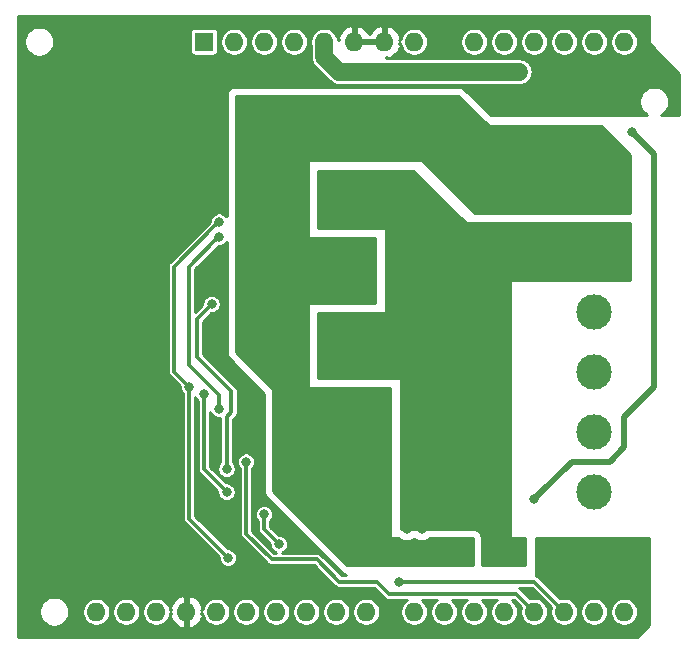
<source format=gbr>
G04 #@! TF.GenerationSoftware,KiCad,Pcbnew,(5.1.5)-2*
G04 #@! TF.CreationDate,2020-01-30T15:58:27+03:00*
G04 #@! TF.ProjectId,dccshield,64636373-6869-4656-9c64-2e6b69636164,rev?*
G04 #@! TF.SameCoordinates,Original*
G04 #@! TF.FileFunction,Copper,L2,Bot*
G04 #@! TF.FilePolarity,Positive*
%FSLAX46Y46*%
G04 Gerber Fmt 4.6, Leading zero omitted, Abs format (unit mm)*
G04 Created by KiCad (PCBNEW (5.1.5)-2) date 2020-01-30 15:58:27*
%MOMM*%
%LPD*%
G04 APERTURE LIST*
%ADD10O,1.600000X1.600000*%
%ADD11R,1.600000X1.600000*%
%ADD12C,3.000000*%
%ADD13R,3.000000X3.000000*%
%ADD14C,0.800000*%
%ADD15C,0.300000*%
%ADD16C,1.500000*%
%ADD17C,0.500000*%
%ADD18C,0.254000*%
G04 APERTURE END LIST*
D10*
X185420000Y-127000000D03*
X187960000Y-127000000D03*
X148340000Y-127000000D03*
X187960000Y-78740000D03*
X150880000Y-127000000D03*
X185420000Y-78740000D03*
X153420000Y-127000000D03*
X182880000Y-78740000D03*
X155960000Y-127000000D03*
X180340000Y-78740000D03*
X158500000Y-127000000D03*
X177800000Y-78740000D03*
X161040000Y-127000000D03*
X175260000Y-78740000D03*
X163580000Y-127000000D03*
X170180000Y-78740000D03*
X166120000Y-127000000D03*
X167640000Y-78740000D03*
X170180000Y-127000000D03*
X165100000Y-78740000D03*
X172720000Y-127000000D03*
X162560000Y-78740000D03*
X175260000Y-127000000D03*
X160020000Y-78740000D03*
X177800000Y-127000000D03*
X157480000Y-78740000D03*
X180340000Y-127000000D03*
X154940000Y-78740000D03*
X182880000Y-127000000D03*
D11*
X152400000Y-78740000D03*
D10*
X145800000Y-127000000D03*
X143260000Y-127000000D03*
D12*
X185420000Y-96520000D03*
X185420000Y-101600000D03*
D13*
X185420000Y-91440000D03*
D12*
X185420000Y-106680000D03*
X185420000Y-111760000D03*
X185420000Y-116840000D03*
D14*
X168910000Y-124460000D03*
X153670000Y-109855000D03*
X153670000Y-95250000D03*
X154305000Y-114935000D03*
X153035000Y-100965000D03*
X169545000Y-116205000D03*
X170815000Y-116205000D03*
X170815000Y-120015000D03*
X169545000Y-120015000D03*
X176530000Y-122555000D03*
X177800000Y-122555000D03*
X162560000Y-102870000D03*
X163830000Y-102870000D03*
X165100000Y-102870000D03*
X166370000Y-102870000D03*
X166370000Y-90170000D03*
X162560000Y-90170000D03*
X163830000Y-90170000D03*
X165100000Y-90170000D03*
X169545000Y-114935000D03*
X170815000Y-114935000D03*
X176530000Y-83820000D03*
X148336000Y-118364000D03*
X149860000Y-116332000D03*
X148590000Y-83820000D03*
X148590000Y-101600000D03*
X140970000Y-77470000D03*
X138430000Y-81280000D03*
X138430000Y-88900000D03*
X138430000Y-101600000D03*
X138430000Y-114300000D03*
X138430000Y-124460000D03*
X146050000Y-124460000D03*
X153150010Y-104435162D03*
X179070000Y-122555000D03*
X185420000Y-122555000D03*
X156845000Y-111125000D03*
X162560000Y-100330000D03*
X163830000Y-100330000D03*
X165100000Y-100330000D03*
X166370000Y-100330000D03*
X166370000Y-113030000D03*
X162560000Y-113030000D03*
X163830000Y-113030000D03*
X165100000Y-113030000D03*
X172085000Y-121285000D03*
X173355000Y-121285000D03*
X174625000Y-121285000D03*
X172085000Y-122555000D03*
X163195000Y-85725000D03*
X164465000Y-85725000D03*
X165735000Y-85725000D03*
X167005000Y-85725000D03*
X167005000Y-86995000D03*
X167005000Y-88265000D03*
X165735000Y-88265000D03*
X164465000Y-88265000D03*
X163195000Y-88265000D03*
X179070000Y-81280000D03*
X155956000Y-114300000D03*
X154432000Y-122428000D03*
X151130000Y-107950000D03*
X153670000Y-93980000D03*
X158750000Y-121285000D03*
X157480000Y-118745000D03*
X188595000Y-86360000D03*
X180340000Y-117475000D03*
X152400000Y-108585000D03*
X154305000Y-116840000D03*
D15*
X180340000Y-124460000D02*
X168656000Y-124460000D01*
X182880000Y-127000000D02*
X180340000Y-124460000D01*
X153670000Y-108621061D02*
X151130000Y-106081061D01*
X151130000Y-97790000D02*
X153270001Y-95649999D01*
X153270001Y-95649999D02*
X153670000Y-95250000D01*
X153670000Y-109855000D02*
X153670000Y-108621061D01*
X151130000Y-106081061D02*
X151130000Y-97790000D01*
X152400000Y-101600000D02*
X153035000Y-100965000D01*
X151765000Y-102235000D02*
X152400000Y-101600000D01*
X154305000Y-114935000D02*
X154305000Y-110490000D01*
X154704999Y-108349999D02*
X151765000Y-105410000D01*
X154704999Y-110090001D02*
X154704999Y-108349999D01*
X154305000Y-110490000D02*
X154704999Y-110090001D01*
X151765000Y-105410000D02*
X151765000Y-102235000D01*
D16*
X163830000Y-81280000D02*
X179070000Y-81280000D01*
X162560000Y-78740000D02*
X162560000Y-80010000D01*
X162560000Y-80010000D02*
X163830000Y-81280000D01*
D15*
X155956000Y-120396000D02*
X155956000Y-114300000D01*
X180340000Y-127000000D02*
X178816000Y-125476000D01*
X168021000Y-125476000D02*
X167005000Y-124460000D01*
X178816000Y-125476000D02*
X168021000Y-125476000D01*
X167005000Y-124460000D02*
X163830000Y-124460000D01*
X163830000Y-124460000D02*
X161925000Y-122555000D01*
X161925000Y-122555000D02*
X158115000Y-122555000D01*
X158115000Y-122555000D02*
X155956000Y-120396000D01*
X151130000Y-119126000D02*
X151130000Y-107950000D01*
X154432000Y-122428000D02*
X151130000Y-119126000D01*
X153270001Y-94379999D02*
X153670000Y-93980000D01*
X149860000Y-106680000D02*
X149860000Y-97790000D01*
X149860000Y-97790000D02*
X153270001Y-94379999D01*
X151130000Y-107950000D02*
X149860000Y-106680000D01*
X158750000Y-121285000D02*
X157480000Y-120015000D01*
X157480000Y-120015000D02*
X157480000Y-118745000D01*
D17*
X180739999Y-117075001D02*
X180340000Y-117475000D01*
X186729101Y-114300000D02*
X183515000Y-114300000D01*
X190500000Y-88265000D02*
X190500000Y-107950000D01*
X183515000Y-114300000D02*
X180739999Y-117075001D01*
X188595000Y-86360000D02*
X190500000Y-88265000D01*
X187960000Y-110490000D02*
X187960000Y-113069101D01*
X190500000Y-107950000D02*
X187960000Y-110490000D01*
X187960000Y-113069101D02*
X186729101Y-114300000D01*
D15*
X152400000Y-114935000D02*
X154305000Y-116840000D01*
X152400000Y-108585000D02*
X152400000Y-114935000D01*
D18*
G36*
X176440197Y-85814803D02*
G01*
X176459443Y-85830597D01*
X176481399Y-85842333D01*
X176505224Y-85849560D01*
X176530000Y-85852000D01*
X186002394Y-85852000D01*
X188468000Y-88317606D01*
X188468000Y-93218000D01*
X175312606Y-93218000D01*
X170904803Y-88810197D01*
X170885557Y-88794403D01*
X170863601Y-88782667D01*
X170839776Y-88775440D01*
X170815000Y-88773000D01*
X161290000Y-88773000D01*
X161265224Y-88775440D01*
X161241399Y-88782667D01*
X161219443Y-88794403D01*
X161200197Y-88810197D01*
X161184403Y-88829443D01*
X161172667Y-88851399D01*
X161165440Y-88875224D01*
X161163000Y-88900000D01*
X161163000Y-95250000D01*
X161165440Y-95274776D01*
X161172667Y-95298601D01*
X161184403Y-95320557D01*
X161200197Y-95339803D01*
X161219443Y-95355597D01*
X161241399Y-95367333D01*
X161265224Y-95374560D01*
X161290000Y-95377000D01*
X166878000Y-95377000D01*
X166878000Y-100838000D01*
X161290000Y-100838000D01*
X161265224Y-100840440D01*
X161241399Y-100847667D01*
X161219443Y-100859403D01*
X161200197Y-100875197D01*
X161184403Y-100894443D01*
X161172667Y-100916399D01*
X161165440Y-100940224D01*
X161163000Y-100965000D01*
X161163000Y-107950000D01*
X161165440Y-107974776D01*
X161172667Y-107998601D01*
X161184403Y-108020557D01*
X161200197Y-108039803D01*
X161219443Y-108055597D01*
X161241399Y-108067333D01*
X161265224Y-108074560D01*
X161290000Y-108077000D01*
X168148000Y-108077000D01*
X168148000Y-120650000D01*
X168150440Y-120674776D01*
X168157667Y-120698601D01*
X168169403Y-120720557D01*
X168185197Y-120739803D01*
X168204443Y-120755597D01*
X168226399Y-120767333D01*
X168250224Y-120774560D01*
X168275000Y-120777000D01*
X168843289Y-120777000D01*
X168885226Y-120818937D01*
X169054744Y-120932205D01*
X169243102Y-121010226D01*
X169443061Y-121050000D01*
X169646939Y-121050000D01*
X169846898Y-121010226D01*
X170035256Y-120932205D01*
X170180000Y-120835490D01*
X170324744Y-120932205D01*
X170513102Y-121010226D01*
X170713061Y-121050000D01*
X170916939Y-121050000D01*
X171116898Y-121010226D01*
X171305256Y-120932205D01*
X171474774Y-120818937D01*
X171516711Y-120777000D01*
X175133000Y-120777000D01*
X175133000Y-123063000D01*
X164517606Y-123063000D01*
X158242000Y-116787394D01*
X158242000Y-108267500D01*
X158239560Y-108242724D01*
X158232333Y-108218899D01*
X158220597Y-108196943D01*
X158204803Y-108177697D01*
X155067000Y-105039894D01*
X155067000Y-83312000D01*
X173937394Y-83312000D01*
X176440197Y-85814803D01*
G37*
X176440197Y-85814803D02*
X176459443Y-85830597D01*
X176481399Y-85842333D01*
X176505224Y-85849560D01*
X176530000Y-85852000D01*
X186002394Y-85852000D01*
X188468000Y-88317606D01*
X188468000Y-93218000D01*
X175312606Y-93218000D01*
X170904803Y-88810197D01*
X170885557Y-88794403D01*
X170863601Y-88782667D01*
X170839776Y-88775440D01*
X170815000Y-88773000D01*
X161290000Y-88773000D01*
X161265224Y-88775440D01*
X161241399Y-88782667D01*
X161219443Y-88794403D01*
X161200197Y-88810197D01*
X161184403Y-88829443D01*
X161172667Y-88851399D01*
X161165440Y-88875224D01*
X161163000Y-88900000D01*
X161163000Y-95250000D01*
X161165440Y-95274776D01*
X161172667Y-95298601D01*
X161184403Y-95320557D01*
X161200197Y-95339803D01*
X161219443Y-95355597D01*
X161241399Y-95367333D01*
X161265224Y-95374560D01*
X161290000Y-95377000D01*
X166878000Y-95377000D01*
X166878000Y-100838000D01*
X161290000Y-100838000D01*
X161265224Y-100840440D01*
X161241399Y-100847667D01*
X161219443Y-100859403D01*
X161200197Y-100875197D01*
X161184403Y-100894443D01*
X161172667Y-100916399D01*
X161165440Y-100940224D01*
X161163000Y-100965000D01*
X161163000Y-107950000D01*
X161165440Y-107974776D01*
X161172667Y-107998601D01*
X161184403Y-108020557D01*
X161200197Y-108039803D01*
X161219443Y-108055597D01*
X161241399Y-108067333D01*
X161265224Y-108074560D01*
X161290000Y-108077000D01*
X168148000Y-108077000D01*
X168148000Y-120650000D01*
X168150440Y-120674776D01*
X168157667Y-120698601D01*
X168169403Y-120720557D01*
X168185197Y-120739803D01*
X168204443Y-120755597D01*
X168226399Y-120767333D01*
X168250224Y-120774560D01*
X168275000Y-120777000D01*
X168843289Y-120777000D01*
X168885226Y-120818937D01*
X169054744Y-120932205D01*
X169243102Y-121010226D01*
X169443061Y-121050000D01*
X169646939Y-121050000D01*
X169846898Y-121010226D01*
X170035256Y-120932205D01*
X170180000Y-120835490D01*
X170324744Y-120932205D01*
X170513102Y-121010226D01*
X170713061Y-121050000D01*
X170916939Y-121050000D01*
X171116898Y-121010226D01*
X171305256Y-120932205D01*
X171474774Y-120818937D01*
X171516711Y-120777000D01*
X175133000Y-120777000D01*
X175133000Y-123063000D01*
X164517606Y-123063000D01*
X158242000Y-116787394D01*
X158242000Y-108267500D01*
X158239560Y-108242724D01*
X158232333Y-108218899D01*
X158220597Y-108196943D01*
X158204803Y-108177697D01*
X155067000Y-105039894D01*
X155067000Y-83312000D01*
X173937394Y-83312000D01*
X176440197Y-85814803D01*
G36*
X174535197Y-94069803D02*
G01*
X174554443Y-94085597D01*
X174576399Y-94097333D01*
X174600224Y-94104560D01*
X174625000Y-94107000D01*
X188468000Y-94107000D01*
X188468000Y-98933000D01*
X178435000Y-98933000D01*
X178410224Y-98935440D01*
X178386399Y-98942667D01*
X178364443Y-98954403D01*
X178345197Y-98970197D01*
X178329403Y-98989443D01*
X178317667Y-99011399D01*
X178310440Y-99035224D01*
X178308000Y-99060000D01*
X178308000Y-120650000D01*
X178310440Y-120674776D01*
X178317667Y-120698601D01*
X178329403Y-120720557D01*
X178345197Y-120739803D01*
X178364443Y-120755597D01*
X178386399Y-120767333D01*
X178410224Y-120774560D01*
X178435000Y-120777000D01*
X179578000Y-120777000D01*
X179578000Y-123063000D01*
X175895000Y-123063000D01*
X175895000Y-120650000D01*
X175882799Y-120526118D01*
X175846664Y-120406996D01*
X175787983Y-120297213D01*
X175709013Y-120200987D01*
X175612787Y-120122017D01*
X175503004Y-120063336D01*
X175383882Y-120027201D01*
X175260000Y-120015000D01*
X169037000Y-120015000D01*
X169037000Y-107315000D01*
X169034560Y-107290224D01*
X169027333Y-107266399D01*
X169015597Y-107244443D01*
X168999803Y-107225197D01*
X168980557Y-107209403D01*
X168958601Y-107197667D01*
X168934776Y-107190440D01*
X168910000Y-107188000D01*
X162052000Y-107188000D01*
X162052000Y-101727000D01*
X167640000Y-101727000D01*
X167664776Y-101724560D01*
X167688601Y-101717333D01*
X167710557Y-101705597D01*
X167729803Y-101689803D01*
X167745597Y-101670557D01*
X167757333Y-101648601D01*
X167764560Y-101624776D01*
X167767000Y-101600000D01*
X167767000Y-94615000D01*
X167764560Y-94590224D01*
X167757333Y-94566399D01*
X167745597Y-94544443D01*
X167729803Y-94525197D01*
X167710557Y-94509403D01*
X167688601Y-94497667D01*
X167664776Y-94490440D01*
X167640000Y-94488000D01*
X162052000Y-94488000D01*
X162052000Y-89662000D01*
X170127394Y-89662000D01*
X174535197Y-94069803D01*
G37*
X174535197Y-94069803D02*
X174554443Y-94085597D01*
X174576399Y-94097333D01*
X174600224Y-94104560D01*
X174625000Y-94107000D01*
X188468000Y-94107000D01*
X188468000Y-98933000D01*
X178435000Y-98933000D01*
X178410224Y-98935440D01*
X178386399Y-98942667D01*
X178364443Y-98954403D01*
X178345197Y-98970197D01*
X178329403Y-98989443D01*
X178317667Y-99011399D01*
X178310440Y-99035224D01*
X178308000Y-99060000D01*
X178308000Y-120650000D01*
X178310440Y-120674776D01*
X178317667Y-120698601D01*
X178329403Y-120720557D01*
X178345197Y-120739803D01*
X178364443Y-120755597D01*
X178386399Y-120767333D01*
X178410224Y-120774560D01*
X178435000Y-120777000D01*
X179578000Y-120777000D01*
X179578000Y-123063000D01*
X175895000Y-123063000D01*
X175895000Y-120650000D01*
X175882799Y-120526118D01*
X175846664Y-120406996D01*
X175787983Y-120297213D01*
X175709013Y-120200987D01*
X175612787Y-120122017D01*
X175503004Y-120063336D01*
X175383882Y-120027201D01*
X175260000Y-120015000D01*
X169037000Y-120015000D01*
X169037000Y-107315000D01*
X169034560Y-107290224D01*
X169027333Y-107266399D01*
X169015597Y-107244443D01*
X168999803Y-107225197D01*
X168980557Y-107209403D01*
X168958601Y-107197667D01*
X168934776Y-107190440D01*
X168910000Y-107188000D01*
X162052000Y-107188000D01*
X162052000Y-101727000D01*
X167640000Y-101727000D01*
X167664776Y-101724560D01*
X167688601Y-101717333D01*
X167710557Y-101705597D01*
X167729803Y-101689803D01*
X167745597Y-101670557D01*
X167757333Y-101648601D01*
X167764560Y-101624776D01*
X167767000Y-101600000D01*
X167767000Y-94615000D01*
X167764560Y-94590224D01*
X167757333Y-94566399D01*
X167745597Y-94544443D01*
X167729803Y-94525197D01*
X167710557Y-94509403D01*
X167688601Y-94497667D01*
X167664776Y-94490440D01*
X167640000Y-94488000D01*
X162052000Y-94488000D01*
X162052000Y-89662000D01*
X170127394Y-89662000D01*
X174535197Y-94069803D01*
G36*
X190094000Y-78720067D02*
G01*
X190092037Y-78740000D01*
X190094000Y-78759933D01*
X190094000Y-78759940D01*
X190099875Y-78819589D01*
X190123090Y-78896120D01*
X190160790Y-78966652D01*
X190211526Y-79028474D01*
X190227024Y-79041193D01*
X192634001Y-81448172D01*
X192634001Y-84963000D01*
X191061837Y-84963000D01*
X191102044Y-84946346D01*
X191310215Y-84807250D01*
X191487250Y-84630215D01*
X191626346Y-84422044D01*
X191722156Y-84190737D01*
X191771000Y-83945183D01*
X191771000Y-83694817D01*
X191722156Y-83449263D01*
X191626346Y-83217956D01*
X191487250Y-83009785D01*
X191310215Y-82832750D01*
X191102044Y-82693654D01*
X190870737Y-82597844D01*
X190625183Y-82549000D01*
X190374817Y-82549000D01*
X190129263Y-82597844D01*
X189897956Y-82693654D01*
X189689785Y-82832750D01*
X189512750Y-83009785D01*
X189373654Y-83217956D01*
X189277844Y-83449263D01*
X189229000Y-83694817D01*
X189229000Y-83945183D01*
X189277844Y-84190737D01*
X189373654Y-84422044D01*
X189512750Y-84630215D01*
X189689785Y-84807250D01*
X189897956Y-84946346D01*
X189938163Y-84963000D01*
X176666026Y-84963000D01*
X174439013Y-82735987D01*
X174342787Y-82657017D01*
X174233004Y-82598336D01*
X174113882Y-82562201D01*
X173990000Y-82550000D01*
X154940000Y-82550000D01*
X154816118Y-82562201D01*
X154696996Y-82598336D01*
X154587213Y-82657017D01*
X154490987Y-82735987D01*
X154412017Y-82832213D01*
X154353336Y-82941996D01*
X154317201Y-83061118D01*
X154305000Y-83185000D01*
X154305000Y-93524582D01*
X154276642Y-93482141D01*
X154167859Y-93373358D01*
X154039942Y-93287887D01*
X153897809Y-93229013D01*
X153746922Y-93199000D01*
X153593078Y-93199000D01*
X153442191Y-93229013D01*
X153300058Y-93287887D01*
X153172141Y-93373358D01*
X153063358Y-93482141D01*
X152977887Y-93610058D01*
X152919013Y-93752191D01*
X152889000Y-93903078D01*
X152889000Y-94010052D01*
X149502971Y-97396083D01*
X149482711Y-97412710D01*
X149466084Y-97432970D01*
X149466083Y-97432971D01*
X149416354Y-97493565D01*
X149367047Y-97585813D01*
X149336684Y-97685907D01*
X149326432Y-97790000D01*
X149329001Y-97816084D01*
X149329000Y-106653926D01*
X149326432Y-106680000D01*
X149329000Y-106706074D01*
X149329000Y-106706083D01*
X149336683Y-106784093D01*
X149367047Y-106884187D01*
X149416354Y-106976435D01*
X149482710Y-107057290D01*
X149502975Y-107073921D01*
X150349000Y-107919947D01*
X150349000Y-108026922D01*
X150379013Y-108177809D01*
X150437887Y-108319942D01*
X150523358Y-108447859D01*
X150599001Y-108523502D01*
X150599000Y-119099926D01*
X150596432Y-119126000D01*
X150599000Y-119152074D01*
X150599000Y-119152083D01*
X150606683Y-119230093D01*
X150637047Y-119330187D01*
X150686354Y-119422435D01*
X150752710Y-119503290D01*
X150772975Y-119519921D01*
X153651000Y-122397947D01*
X153651000Y-122504922D01*
X153681013Y-122655809D01*
X153739887Y-122797942D01*
X153825358Y-122925859D01*
X153934141Y-123034642D01*
X154062058Y-123120113D01*
X154204191Y-123178987D01*
X154355078Y-123209000D01*
X154508922Y-123209000D01*
X154659809Y-123178987D01*
X154801942Y-123120113D01*
X154929859Y-123034642D01*
X155038642Y-122925859D01*
X155124113Y-122797942D01*
X155182987Y-122655809D01*
X155213000Y-122504922D01*
X155213000Y-122351078D01*
X155182987Y-122200191D01*
X155124113Y-122058058D01*
X155038642Y-121930141D01*
X154929859Y-121821358D01*
X154801942Y-121735887D01*
X154659809Y-121677013D01*
X154508922Y-121647000D01*
X154401947Y-121647000D01*
X151661000Y-118906054D01*
X151661000Y-108841748D01*
X151707887Y-108954942D01*
X151793358Y-109082859D01*
X151869000Y-109158501D01*
X151869001Y-114908916D01*
X151866432Y-114935000D01*
X151876684Y-115039093D01*
X151907047Y-115139187D01*
X151956354Y-115231435D01*
X152006083Y-115292029D01*
X152022711Y-115312290D01*
X152042971Y-115328917D01*
X153524000Y-116809947D01*
X153524000Y-116916922D01*
X153554013Y-117067809D01*
X153612887Y-117209942D01*
X153698358Y-117337859D01*
X153807141Y-117446642D01*
X153935058Y-117532113D01*
X154077191Y-117590987D01*
X154228078Y-117621000D01*
X154381922Y-117621000D01*
X154532809Y-117590987D01*
X154674942Y-117532113D01*
X154802859Y-117446642D01*
X154911642Y-117337859D01*
X154997113Y-117209942D01*
X155055987Y-117067809D01*
X155086000Y-116916922D01*
X155086000Y-116763078D01*
X155055987Y-116612191D01*
X154997113Y-116470058D01*
X154911642Y-116342141D01*
X154802859Y-116233358D01*
X154674942Y-116147887D01*
X154532809Y-116089013D01*
X154381922Y-116059000D01*
X154274947Y-116059000D01*
X152931000Y-114715054D01*
X152931000Y-110111748D01*
X152977887Y-110224942D01*
X153063358Y-110352859D01*
X153172141Y-110461642D01*
X153300058Y-110547113D01*
X153442191Y-110605987D01*
X153593078Y-110636000D01*
X153746922Y-110636000D01*
X153774001Y-110630614D01*
X153774000Y-114361499D01*
X153698358Y-114437141D01*
X153612887Y-114565058D01*
X153554013Y-114707191D01*
X153524000Y-114858078D01*
X153524000Y-115011922D01*
X153554013Y-115162809D01*
X153612887Y-115304942D01*
X153698358Y-115432859D01*
X153807141Y-115541642D01*
X153935058Y-115627113D01*
X154077191Y-115685987D01*
X154228078Y-115716000D01*
X154381922Y-115716000D01*
X154532809Y-115685987D01*
X154674942Y-115627113D01*
X154802859Y-115541642D01*
X154911642Y-115432859D01*
X154997113Y-115304942D01*
X155055987Y-115162809D01*
X155086000Y-115011922D01*
X155086000Y-114858078D01*
X155055987Y-114707191D01*
X154997113Y-114565058D01*
X154911642Y-114437141D01*
X154836000Y-114361499D01*
X154836000Y-110709946D01*
X155062029Y-110483918D01*
X155082289Y-110467291D01*
X155098916Y-110447031D01*
X155148645Y-110386437D01*
X155197952Y-110294189D01*
X155218958Y-110224942D01*
X155228316Y-110194095D01*
X155235999Y-110116085D01*
X155235999Y-110116076D01*
X155238567Y-110090002D01*
X155235999Y-110063928D01*
X155235999Y-108376070D01*
X155238567Y-108349998D01*
X155235999Y-108323926D01*
X155235999Y-108323915D01*
X155228316Y-108245905D01*
X155197952Y-108145811D01*
X155166592Y-108087141D01*
X155148645Y-108053563D01*
X155098916Y-107992969D01*
X155082289Y-107972709D01*
X155062029Y-107956082D01*
X152296000Y-105190054D01*
X152296000Y-102454947D01*
X152793918Y-101957030D01*
X152793927Y-101957019D01*
X153004947Y-101746000D01*
X153111922Y-101746000D01*
X153262809Y-101715987D01*
X153404942Y-101657113D01*
X153532859Y-101571642D01*
X153641642Y-101462859D01*
X153727113Y-101334942D01*
X153785987Y-101192809D01*
X153816000Y-101041922D01*
X153816000Y-100888078D01*
X153785987Y-100737191D01*
X153727113Y-100595058D01*
X153641642Y-100467141D01*
X153532859Y-100358358D01*
X153404942Y-100272887D01*
X153262809Y-100214013D01*
X153111922Y-100184000D01*
X152958078Y-100184000D01*
X152807191Y-100214013D01*
X152665058Y-100272887D01*
X152537141Y-100358358D01*
X152428358Y-100467141D01*
X152342887Y-100595058D01*
X152284013Y-100737191D01*
X152254000Y-100888078D01*
X152254000Y-100995053D01*
X152042981Y-101206073D01*
X152042970Y-101206082D01*
X151661000Y-101588053D01*
X151661000Y-98009946D01*
X153639947Y-96031000D01*
X153746922Y-96031000D01*
X153897809Y-96000987D01*
X154039942Y-95942113D01*
X154167859Y-95856642D01*
X154276642Y-95747859D01*
X154305000Y-95705418D01*
X154305000Y-105092500D01*
X154317201Y-105216382D01*
X154353336Y-105335504D01*
X154412017Y-105445287D01*
X154490987Y-105541513D01*
X157480000Y-108530526D01*
X157480000Y-116840000D01*
X157492201Y-116963882D01*
X157528336Y-117083004D01*
X157587017Y-117192787D01*
X157665987Y-117289013D01*
X164015987Y-123639013D01*
X164112213Y-123717983D01*
X164221996Y-123776664D01*
X164243616Y-123783222D01*
X164389394Y-123929000D01*
X164049947Y-123929000D01*
X162318921Y-122197975D01*
X162302290Y-122177710D01*
X162221435Y-122111354D01*
X162129188Y-122062047D01*
X162029094Y-122031683D01*
X161951084Y-122024000D01*
X161951074Y-122024000D01*
X161925000Y-122021432D01*
X161898926Y-122024000D01*
X159006748Y-122024000D01*
X159119942Y-121977113D01*
X159247859Y-121891642D01*
X159356642Y-121782859D01*
X159442113Y-121654942D01*
X159500987Y-121512809D01*
X159531000Y-121361922D01*
X159531000Y-121208078D01*
X159500987Y-121057191D01*
X159442113Y-120915058D01*
X159356642Y-120787141D01*
X159247859Y-120678358D01*
X159119942Y-120592887D01*
X158977809Y-120534013D01*
X158826922Y-120504000D01*
X158719947Y-120504000D01*
X158011000Y-119795054D01*
X158011000Y-119318501D01*
X158086642Y-119242859D01*
X158172113Y-119114942D01*
X158230987Y-118972809D01*
X158261000Y-118821922D01*
X158261000Y-118668078D01*
X158230987Y-118517191D01*
X158172113Y-118375058D01*
X158086642Y-118247141D01*
X157977859Y-118138358D01*
X157849942Y-118052887D01*
X157707809Y-117994013D01*
X157556922Y-117964000D01*
X157403078Y-117964000D01*
X157252191Y-117994013D01*
X157110058Y-118052887D01*
X156982141Y-118138358D01*
X156873358Y-118247141D01*
X156787887Y-118375058D01*
X156729013Y-118517191D01*
X156699000Y-118668078D01*
X156699000Y-118821922D01*
X156729013Y-118972809D01*
X156787887Y-119114942D01*
X156873358Y-119242859D01*
X156949001Y-119318502D01*
X156949000Y-119988926D01*
X156946432Y-120015000D01*
X156949000Y-120041074D01*
X156949000Y-120041083D01*
X156956683Y-120119093D01*
X156987047Y-120219187D01*
X157036354Y-120311435D01*
X157102710Y-120392290D01*
X157122975Y-120408921D01*
X157969000Y-121254947D01*
X157969000Y-121361922D01*
X157999013Y-121512809D01*
X158057887Y-121654942D01*
X158143358Y-121782859D01*
X158252141Y-121891642D01*
X158380058Y-121977113D01*
X158493252Y-122024000D01*
X158334947Y-122024000D01*
X156487000Y-120176054D01*
X156487000Y-114873501D01*
X156562642Y-114797859D01*
X156648113Y-114669942D01*
X156706987Y-114527809D01*
X156737000Y-114376922D01*
X156737000Y-114223078D01*
X156706987Y-114072191D01*
X156648113Y-113930058D01*
X156562642Y-113802141D01*
X156453859Y-113693358D01*
X156325942Y-113607887D01*
X156183809Y-113549013D01*
X156032922Y-113519000D01*
X155879078Y-113519000D01*
X155728191Y-113549013D01*
X155586058Y-113607887D01*
X155458141Y-113693358D01*
X155349358Y-113802141D01*
X155263887Y-113930058D01*
X155205013Y-114072191D01*
X155175000Y-114223078D01*
X155175000Y-114376922D01*
X155205013Y-114527809D01*
X155263887Y-114669942D01*
X155349358Y-114797859D01*
X155425001Y-114873502D01*
X155425000Y-120369926D01*
X155422432Y-120396000D01*
X155425000Y-120422074D01*
X155425000Y-120422083D01*
X155432683Y-120500093D01*
X155463047Y-120600187D01*
X155512354Y-120692435D01*
X155578710Y-120773290D01*
X155598975Y-120789921D01*
X157721082Y-122912029D01*
X157737710Y-122932290D01*
X157757970Y-122948917D01*
X157818564Y-122998646D01*
X157885909Y-123034642D01*
X157910812Y-123047953D01*
X158010906Y-123078317D01*
X158088916Y-123086000D01*
X158088925Y-123086000D01*
X158114999Y-123088568D01*
X158141073Y-123086000D01*
X161705054Y-123086000D01*
X163436082Y-124817029D01*
X163452710Y-124837290D01*
X163472970Y-124853917D01*
X163533564Y-124903646D01*
X163610933Y-124945000D01*
X163625812Y-124952953D01*
X163725906Y-124983317D01*
X163803916Y-124991000D01*
X163803926Y-124991000D01*
X163830000Y-124993568D01*
X163856074Y-124991000D01*
X166785054Y-124991000D01*
X167627082Y-125833029D01*
X167643710Y-125853290D01*
X167663970Y-125869917D01*
X167724564Y-125919646D01*
X167816812Y-125968953D01*
X167916906Y-125999317D01*
X167994916Y-126007000D01*
X167994926Y-126007000D01*
X168021000Y-126009568D01*
X168047074Y-126007000D01*
X169540387Y-126007000D01*
X169427157Y-126082658D01*
X169262658Y-126247157D01*
X169133412Y-126440587D01*
X169044386Y-126655515D01*
X168999000Y-126883682D01*
X168999000Y-127116318D01*
X169044386Y-127344485D01*
X169133412Y-127559413D01*
X169262658Y-127752843D01*
X169427157Y-127917342D01*
X169620587Y-128046588D01*
X169835515Y-128135614D01*
X170063682Y-128181000D01*
X170296318Y-128181000D01*
X170524485Y-128135614D01*
X170739413Y-128046588D01*
X170932843Y-127917342D01*
X171097342Y-127752843D01*
X171226588Y-127559413D01*
X171315614Y-127344485D01*
X171361000Y-127116318D01*
X171361000Y-126883682D01*
X171315614Y-126655515D01*
X171226588Y-126440587D01*
X171097342Y-126247157D01*
X170932843Y-126082658D01*
X170819613Y-126007000D01*
X172080387Y-126007000D01*
X171967157Y-126082658D01*
X171802658Y-126247157D01*
X171673412Y-126440587D01*
X171584386Y-126655515D01*
X171539000Y-126883682D01*
X171539000Y-127116318D01*
X171584386Y-127344485D01*
X171673412Y-127559413D01*
X171802658Y-127752843D01*
X171967157Y-127917342D01*
X172160587Y-128046588D01*
X172375515Y-128135614D01*
X172603682Y-128181000D01*
X172836318Y-128181000D01*
X173064485Y-128135614D01*
X173279413Y-128046588D01*
X173472843Y-127917342D01*
X173637342Y-127752843D01*
X173766588Y-127559413D01*
X173855614Y-127344485D01*
X173901000Y-127116318D01*
X173901000Y-126883682D01*
X173855614Y-126655515D01*
X173766588Y-126440587D01*
X173637342Y-126247157D01*
X173472843Y-126082658D01*
X173359613Y-126007000D01*
X174620387Y-126007000D01*
X174507157Y-126082658D01*
X174342658Y-126247157D01*
X174213412Y-126440587D01*
X174124386Y-126655515D01*
X174079000Y-126883682D01*
X174079000Y-127116318D01*
X174124386Y-127344485D01*
X174213412Y-127559413D01*
X174342658Y-127752843D01*
X174507157Y-127917342D01*
X174700587Y-128046588D01*
X174915515Y-128135614D01*
X175143682Y-128181000D01*
X175376318Y-128181000D01*
X175604485Y-128135614D01*
X175819413Y-128046588D01*
X176012843Y-127917342D01*
X176177342Y-127752843D01*
X176306588Y-127559413D01*
X176395614Y-127344485D01*
X176441000Y-127116318D01*
X176441000Y-126883682D01*
X176395614Y-126655515D01*
X176306588Y-126440587D01*
X176177342Y-126247157D01*
X176012843Y-126082658D01*
X175899613Y-126007000D01*
X177160387Y-126007000D01*
X177047157Y-126082658D01*
X176882658Y-126247157D01*
X176753412Y-126440587D01*
X176664386Y-126655515D01*
X176619000Y-126883682D01*
X176619000Y-127116318D01*
X176664386Y-127344485D01*
X176753412Y-127559413D01*
X176882658Y-127752843D01*
X177047157Y-127917342D01*
X177240587Y-128046588D01*
X177455515Y-128135614D01*
X177683682Y-128181000D01*
X177916318Y-128181000D01*
X178144485Y-128135614D01*
X178359413Y-128046588D01*
X178552843Y-127917342D01*
X178717342Y-127752843D01*
X178846588Y-127559413D01*
X178935614Y-127344485D01*
X178981000Y-127116318D01*
X178981000Y-126883682D01*
X178935614Y-126655515D01*
X178846588Y-126440587D01*
X178717342Y-126247157D01*
X178552843Y-126082658D01*
X178439613Y-126007000D01*
X178596054Y-126007000D01*
X179216155Y-126627102D01*
X179204386Y-126655515D01*
X179159000Y-126883682D01*
X179159000Y-127116318D01*
X179204386Y-127344485D01*
X179293412Y-127559413D01*
X179422658Y-127752843D01*
X179587157Y-127917342D01*
X179780587Y-128046588D01*
X179995515Y-128135614D01*
X180223682Y-128181000D01*
X180456318Y-128181000D01*
X180684485Y-128135614D01*
X180899413Y-128046588D01*
X181092843Y-127917342D01*
X181257342Y-127752843D01*
X181386588Y-127559413D01*
X181475614Y-127344485D01*
X181521000Y-127116318D01*
X181521000Y-126883682D01*
X181475614Y-126655515D01*
X181386588Y-126440587D01*
X181257342Y-126247157D01*
X181092843Y-126082658D01*
X180899413Y-125953412D01*
X180684485Y-125864386D01*
X180456318Y-125819000D01*
X180223682Y-125819000D01*
X179995515Y-125864386D01*
X179967102Y-125876155D01*
X179209921Y-125118975D01*
X179193290Y-125098710D01*
X179112435Y-125032354D01*
X179035067Y-124991000D01*
X180120054Y-124991000D01*
X181756155Y-126627102D01*
X181744386Y-126655515D01*
X181699000Y-126883682D01*
X181699000Y-127116318D01*
X181744386Y-127344485D01*
X181833412Y-127559413D01*
X181962658Y-127752843D01*
X182127157Y-127917342D01*
X182320587Y-128046588D01*
X182535515Y-128135614D01*
X182763682Y-128181000D01*
X182996318Y-128181000D01*
X183224485Y-128135614D01*
X183439413Y-128046588D01*
X183632843Y-127917342D01*
X183797342Y-127752843D01*
X183926588Y-127559413D01*
X184015614Y-127344485D01*
X184061000Y-127116318D01*
X184061000Y-126883682D01*
X184239000Y-126883682D01*
X184239000Y-127116318D01*
X184284386Y-127344485D01*
X184373412Y-127559413D01*
X184502658Y-127752843D01*
X184667157Y-127917342D01*
X184860587Y-128046588D01*
X185075515Y-128135614D01*
X185303682Y-128181000D01*
X185536318Y-128181000D01*
X185764485Y-128135614D01*
X185979413Y-128046588D01*
X186172843Y-127917342D01*
X186337342Y-127752843D01*
X186466588Y-127559413D01*
X186555614Y-127344485D01*
X186601000Y-127116318D01*
X186601000Y-126883682D01*
X186779000Y-126883682D01*
X186779000Y-127116318D01*
X186824386Y-127344485D01*
X186913412Y-127559413D01*
X187042658Y-127752843D01*
X187207157Y-127917342D01*
X187400587Y-128046588D01*
X187615515Y-128135614D01*
X187843682Y-128181000D01*
X188076318Y-128181000D01*
X188304485Y-128135614D01*
X188519413Y-128046588D01*
X188712843Y-127917342D01*
X188877342Y-127752843D01*
X189006588Y-127559413D01*
X189095614Y-127344485D01*
X189141000Y-127116318D01*
X189141000Y-126883682D01*
X189095614Y-126655515D01*
X189006588Y-126440587D01*
X188877342Y-126247157D01*
X188712843Y-126082658D01*
X188519413Y-125953412D01*
X188304485Y-125864386D01*
X188076318Y-125819000D01*
X187843682Y-125819000D01*
X187615515Y-125864386D01*
X187400587Y-125953412D01*
X187207157Y-126082658D01*
X187042658Y-126247157D01*
X186913412Y-126440587D01*
X186824386Y-126655515D01*
X186779000Y-126883682D01*
X186601000Y-126883682D01*
X186555614Y-126655515D01*
X186466588Y-126440587D01*
X186337342Y-126247157D01*
X186172843Y-126082658D01*
X185979413Y-125953412D01*
X185764485Y-125864386D01*
X185536318Y-125819000D01*
X185303682Y-125819000D01*
X185075515Y-125864386D01*
X184860587Y-125953412D01*
X184667157Y-126082658D01*
X184502658Y-126247157D01*
X184373412Y-126440587D01*
X184284386Y-126655515D01*
X184239000Y-126883682D01*
X184061000Y-126883682D01*
X184015614Y-126655515D01*
X183926588Y-126440587D01*
X183797342Y-126247157D01*
X183632843Y-126082658D01*
X183439413Y-125953412D01*
X183224485Y-125864386D01*
X182996318Y-125819000D01*
X182763682Y-125819000D01*
X182535515Y-125864386D01*
X182507102Y-125876155D01*
X180733921Y-124102975D01*
X180717290Y-124082710D01*
X180636435Y-124016354D01*
X180544188Y-123967047D01*
X180467000Y-123943632D01*
X180467000Y-120777000D01*
X190094001Y-120777000D01*
X190094000Y-128101829D01*
X189061831Y-129134000D01*
X136652000Y-129134000D01*
X136652000Y-126874817D01*
X138429000Y-126874817D01*
X138429000Y-127125183D01*
X138477844Y-127370737D01*
X138573654Y-127602044D01*
X138712750Y-127810215D01*
X138889785Y-127987250D01*
X139097956Y-128126346D01*
X139329263Y-128222156D01*
X139574817Y-128271000D01*
X139825183Y-128271000D01*
X140070737Y-128222156D01*
X140302044Y-128126346D01*
X140510215Y-127987250D01*
X140687250Y-127810215D01*
X140826346Y-127602044D01*
X140922156Y-127370737D01*
X140971000Y-127125183D01*
X140971000Y-126883682D01*
X142079000Y-126883682D01*
X142079000Y-127116318D01*
X142124386Y-127344485D01*
X142213412Y-127559413D01*
X142342658Y-127752843D01*
X142507157Y-127917342D01*
X142700587Y-128046588D01*
X142915515Y-128135614D01*
X143143682Y-128181000D01*
X143376318Y-128181000D01*
X143604485Y-128135614D01*
X143819413Y-128046588D01*
X144012843Y-127917342D01*
X144177342Y-127752843D01*
X144306588Y-127559413D01*
X144395614Y-127344485D01*
X144441000Y-127116318D01*
X144441000Y-126883682D01*
X144619000Y-126883682D01*
X144619000Y-127116318D01*
X144664386Y-127344485D01*
X144753412Y-127559413D01*
X144882658Y-127752843D01*
X145047157Y-127917342D01*
X145240587Y-128046588D01*
X145455515Y-128135614D01*
X145683682Y-128181000D01*
X145916318Y-128181000D01*
X146144485Y-128135614D01*
X146359413Y-128046588D01*
X146552843Y-127917342D01*
X146717342Y-127752843D01*
X146846588Y-127559413D01*
X146935614Y-127344485D01*
X146981000Y-127116318D01*
X146981000Y-126883682D01*
X147159000Y-126883682D01*
X147159000Y-127116318D01*
X147204386Y-127344485D01*
X147293412Y-127559413D01*
X147422658Y-127752843D01*
X147587157Y-127917342D01*
X147780587Y-128046588D01*
X147995515Y-128135614D01*
X148223682Y-128181000D01*
X148456318Y-128181000D01*
X148684485Y-128135614D01*
X148899413Y-128046588D01*
X149092843Y-127917342D01*
X149257342Y-127752843D01*
X149386588Y-127559413D01*
X149475614Y-127344485D01*
X149518875Y-127127002D01*
X149609375Y-127127002D01*
X149488091Y-127349040D01*
X149582930Y-127613881D01*
X149727615Y-127855131D01*
X149916586Y-128063519D01*
X150142580Y-128231037D01*
X150396913Y-128351246D01*
X150530961Y-128391904D01*
X150753000Y-128269915D01*
X150753000Y-127127000D01*
X150733000Y-127127000D01*
X150733000Y-126873000D01*
X150753000Y-126873000D01*
X150753000Y-125730085D01*
X151007000Y-125730085D01*
X151007000Y-126873000D01*
X151027000Y-126873000D01*
X151027000Y-127127000D01*
X151007000Y-127127000D01*
X151007000Y-128269915D01*
X151229039Y-128391904D01*
X151363087Y-128351246D01*
X151617420Y-128231037D01*
X151843414Y-128063519D01*
X152032385Y-127855131D01*
X152177070Y-127613881D01*
X152271909Y-127349040D01*
X152150625Y-127127002D01*
X152241125Y-127127002D01*
X152284386Y-127344485D01*
X152373412Y-127559413D01*
X152502658Y-127752843D01*
X152667157Y-127917342D01*
X152860587Y-128046588D01*
X153075515Y-128135614D01*
X153303682Y-128181000D01*
X153536318Y-128181000D01*
X153764485Y-128135614D01*
X153979413Y-128046588D01*
X154172843Y-127917342D01*
X154337342Y-127752843D01*
X154466588Y-127559413D01*
X154555614Y-127344485D01*
X154601000Y-127116318D01*
X154601000Y-126883682D01*
X154779000Y-126883682D01*
X154779000Y-127116318D01*
X154824386Y-127344485D01*
X154913412Y-127559413D01*
X155042658Y-127752843D01*
X155207157Y-127917342D01*
X155400587Y-128046588D01*
X155615515Y-128135614D01*
X155843682Y-128181000D01*
X156076318Y-128181000D01*
X156304485Y-128135614D01*
X156519413Y-128046588D01*
X156712843Y-127917342D01*
X156877342Y-127752843D01*
X157006588Y-127559413D01*
X157095614Y-127344485D01*
X157141000Y-127116318D01*
X157141000Y-126883682D01*
X157319000Y-126883682D01*
X157319000Y-127116318D01*
X157364386Y-127344485D01*
X157453412Y-127559413D01*
X157582658Y-127752843D01*
X157747157Y-127917342D01*
X157940587Y-128046588D01*
X158155515Y-128135614D01*
X158383682Y-128181000D01*
X158616318Y-128181000D01*
X158844485Y-128135614D01*
X159059413Y-128046588D01*
X159252843Y-127917342D01*
X159417342Y-127752843D01*
X159546588Y-127559413D01*
X159635614Y-127344485D01*
X159681000Y-127116318D01*
X159681000Y-126883682D01*
X159859000Y-126883682D01*
X159859000Y-127116318D01*
X159904386Y-127344485D01*
X159993412Y-127559413D01*
X160122658Y-127752843D01*
X160287157Y-127917342D01*
X160480587Y-128046588D01*
X160695515Y-128135614D01*
X160923682Y-128181000D01*
X161156318Y-128181000D01*
X161384485Y-128135614D01*
X161599413Y-128046588D01*
X161792843Y-127917342D01*
X161957342Y-127752843D01*
X162086588Y-127559413D01*
X162175614Y-127344485D01*
X162221000Y-127116318D01*
X162221000Y-126883682D01*
X162399000Y-126883682D01*
X162399000Y-127116318D01*
X162444386Y-127344485D01*
X162533412Y-127559413D01*
X162662658Y-127752843D01*
X162827157Y-127917342D01*
X163020587Y-128046588D01*
X163235515Y-128135614D01*
X163463682Y-128181000D01*
X163696318Y-128181000D01*
X163924485Y-128135614D01*
X164139413Y-128046588D01*
X164332843Y-127917342D01*
X164497342Y-127752843D01*
X164626588Y-127559413D01*
X164715614Y-127344485D01*
X164761000Y-127116318D01*
X164761000Y-126883682D01*
X164939000Y-126883682D01*
X164939000Y-127116318D01*
X164984386Y-127344485D01*
X165073412Y-127559413D01*
X165202658Y-127752843D01*
X165367157Y-127917342D01*
X165560587Y-128046588D01*
X165775515Y-128135614D01*
X166003682Y-128181000D01*
X166236318Y-128181000D01*
X166464485Y-128135614D01*
X166679413Y-128046588D01*
X166872843Y-127917342D01*
X167037342Y-127752843D01*
X167166588Y-127559413D01*
X167255614Y-127344485D01*
X167301000Y-127116318D01*
X167301000Y-126883682D01*
X167255614Y-126655515D01*
X167166588Y-126440587D01*
X167037342Y-126247157D01*
X166872843Y-126082658D01*
X166679413Y-125953412D01*
X166464485Y-125864386D01*
X166236318Y-125819000D01*
X166003682Y-125819000D01*
X165775515Y-125864386D01*
X165560587Y-125953412D01*
X165367157Y-126082658D01*
X165202658Y-126247157D01*
X165073412Y-126440587D01*
X164984386Y-126655515D01*
X164939000Y-126883682D01*
X164761000Y-126883682D01*
X164715614Y-126655515D01*
X164626588Y-126440587D01*
X164497342Y-126247157D01*
X164332843Y-126082658D01*
X164139413Y-125953412D01*
X163924485Y-125864386D01*
X163696318Y-125819000D01*
X163463682Y-125819000D01*
X163235515Y-125864386D01*
X163020587Y-125953412D01*
X162827157Y-126082658D01*
X162662658Y-126247157D01*
X162533412Y-126440587D01*
X162444386Y-126655515D01*
X162399000Y-126883682D01*
X162221000Y-126883682D01*
X162175614Y-126655515D01*
X162086588Y-126440587D01*
X161957342Y-126247157D01*
X161792843Y-126082658D01*
X161599413Y-125953412D01*
X161384485Y-125864386D01*
X161156318Y-125819000D01*
X160923682Y-125819000D01*
X160695515Y-125864386D01*
X160480587Y-125953412D01*
X160287157Y-126082658D01*
X160122658Y-126247157D01*
X159993412Y-126440587D01*
X159904386Y-126655515D01*
X159859000Y-126883682D01*
X159681000Y-126883682D01*
X159635614Y-126655515D01*
X159546588Y-126440587D01*
X159417342Y-126247157D01*
X159252843Y-126082658D01*
X159059413Y-125953412D01*
X158844485Y-125864386D01*
X158616318Y-125819000D01*
X158383682Y-125819000D01*
X158155515Y-125864386D01*
X157940587Y-125953412D01*
X157747157Y-126082658D01*
X157582658Y-126247157D01*
X157453412Y-126440587D01*
X157364386Y-126655515D01*
X157319000Y-126883682D01*
X157141000Y-126883682D01*
X157095614Y-126655515D01*
X157006588Y-126440587D01*
X156877342Y-126247157D01*
X156712843Y-126082658D01*
X156519413Y-125953412D01*
X156304485Y-125864386D01*
X156076318Y-125819000D01*
X155843682Y-125819000D01*
X155615515Y-125864386D01*
X155400587Y-125953412D01*
X155207157Y-126082658D01*
X155042658Y-126247157D01*
X154913412Y-126440587D01*
X154824386Y-126655515D01*
X154779000Y-126883682D01*
X154601000Y-126883682D01*
X154555614Y-126655515D01*
X154466588Y-126440587D01*
X154337342Y-126247157D01*
X154172843Y-126082658D01*
X153979413Y-125953412D01*
X153764485Y-125864386D01*
X153536318Y-125819000D01*
X153303682Y-125819000D01*
X153075515Y-125864386D01*
X152860587Y-125953412D01*
X152667157Y-126082658D01*
X152502658Y-126247157D01*
X152373412Y-126440587D01*
X152284386Y-126655515D01*
X152241125Y-126872998D01*
X152150625Y-126872998D01*
X152271909Y-126650960D01*
X152177070Y-126386119D01*
X152032385Y-126144869D01*
X151843414Y-125936481D01*
X151617420Y-125768963D01*
X151363087Y-125648754D01*
X151229039Y-125608096D01*
X151007000Y-125730085D01*
X150753000Y-125730085D01*
X150530961Y-125608096D01*
X150396913Y-125648754D01*
X150142580Y-125768963D01*
X149916586Y-125936481D01*
X149727615Y-126144869D01*
X149582930Y-126386119D01*
X149488091Y-126650960D01*
X149609375Y-126872998D01*
X149518875Y-126872998D01*
X149475614Y-126655515D01*
X149386588Y-126440587D01*
X149257342Y-126247157D01*
X149092843Y-126082658D01*
X148899413Y-125953412D01*
X148684485Y-125864386D01*
X148456318Y-125819000D01*
X148223682Y-125819000D01*
X147995515Y-125864386D01*
X147780587Y-125953412D01*
X147587157Y-126082658D01*
X147422658Y-126247157D01*
X147293412Y-126440587D01*
X147204386Y-126655515D01*
X147159000Y-126883682D01*
X146981000Y-126883682D01*
X146935614Y-126655515D01*
X146846588Y-126440587D01*
X146717342Y-126247157D01*
X146552843Y-126082658D01*
X146359413Y-125953412D01*
X146144485Y-125864386D01*
X145916318Y-125819000D01*
X145683682Y-125819000D01*
X145455515Y-125864386D01*
X145240587Y-125953412D01*
X145047157Y-126082658D01*
X144882658Y-126247157D01*
X144753412Y-126440587D01*
X144664386Y-126655515D01*
X144619000Y-126883682D01*
X144441000Y-126883682D01*
X144395614Y-126655515D01*
X144306588Y-126440587D01*
X144177342Y-126247157D01*
X144012843Y-126082658D01*
X143819413Y-125953412D01*
X143604485Y-125864386D01*
X143376318Y-125819000D01*
X143143682Y-125819000D01*
X142915515Y-125864386D01*
X142700587Y-125953412D01*
X142507157Y-126082658D01*
X142342658Y-126247157D01*
X142213412Y-126440587D01*
X142124386Y-126655515D01*
X142079000Y-126883682D01*
X140971000Y-126883682D01*
X140971000Y-126874817D01*
X140922156Y-126629263D01*
X140826346Y-126397956D01*
X140687250Y-126189785D01*
X140510215Y-126012750D01*
X140302044Y-125873654D01*
X140070737Y-125777844D01*
X139825183Y-125729000D01*
X139574817Y-125729000D01*
X139329263Y-125777844D01*
X139097956Y-125873654D01*
X138889785Y-126012750D01*
X138712750Y-126189785D01*
X138573654Y-126397956D01*
X138477844Y-126629263D01*
X138429000Y-126874817D01*
X136652000Y-126874817D01*
X136652000Y-78614817D01*
X137159000Y-78614817D01*
X137159000Y-78865183D01*
X137207844Y-79110737D01*
X137303654Y-79342044D01*
X137442750Y-79550215D01*
X137619785Y-79727250D01*
X137827956Y-79866346D01*
X138059263Y-79962156D01*
X138304817Y-80011000D01*
X138555183Y-80011000D01*
X138800737Y-79962156D01*
X139032044Y-79866346D01*
X139240215Y-79727250D01*
X139417250Y-79550215D01*
X139556346Y-79342044D01*
X139652156Y-79110737D01*
X139701000Y-78865183D01*
X139701000Y-78614817D01*
X139652156Y-78369263D01*
X139556346Y-78137956D01*
X139424076Y-77940000D01*
X151217157Y-77940000D01*
X151217157Y-79540000D01*
X151224513Y-79614689D01*
X151246299Y-79686508D01*
X151281678Y-79752696D01*
X151329289Y-79810711D01*
X151387304Y-79858322D01*
X151453492Y-79893701D01*
X151525311Y-79915487D01*
X151600000Y-79922843D01*
X153200000Y-79922843D01*
X153274689Y-79915487D01*
X153346508Y-79893701D01*
X153412696Y-79858322D01*
X153470711Y-79810711D01*
X153518322Y-79752696D01*
X153553701Y-79686508D01*
X153575487Y-79614689D01*
X153582843Y-79540000D01*
X153582843Y-78623682D01*
X153759000Y-78623682D01*
X153759000Y-78856318D01*
X153804386Y-79084485D01*
X153893412Y-79299413D01*
X154022658Y-79492843D01*
X154187157Y-79657342D01*
X154380587Y-79786588D01*
X154595515Y-79875614D01*
X154823682Y-79921000D01*
X155056318Y-79921000D01*
X155284485Y-79875614D01*
X155499413Y-79786588D01*
X155692843Y-79657342D01*
X155857342Y-79492843D01*
X155986588Y-79299413D01*
X156075614Y-79084485D01*
X156121000Y-78856318D01*
X156121000Y-78623682D01*
X156299000Y-78623682D01*
X156299000Y-78856318D01*
X156344386Y-79084485D01*
X156433412Y-79299413D01*
X156562658Y-79492843D01*
X156727157Y-79657342D01*
X156920587Y-79786588D01*
X157135515Y-79875614D01*
X157363682Y-79921000D01*
X157596318Y-79921000D01*
X157824485Y-79875614D01*
X158039413Y-79786588D01*
X158232843Y-79657342D01*
X158397342Y-79492843D01*
X158526588Y-79299413D01*
X158615614Y-79084485D01*
X158661000Y-78856318D01*
X158661000Y-78623682D01*
X158839000Y-78623682D01*
X158839000Y-78856318D01*
X158884386Y-79084485D01*
X158973412Y-79299413D01*
X159102658Y-79492843D01*
X159267157Y-79657342D01*
X159460587Y-79786588D01*
X159675515Y-79875614D01*
X159903682Y-79921000D01*
X160136318Y-79921000D01*
X160364485Y-79875614D01*
X160579413Y-79786588D01*
X160772843Y-79657342D01*
X160937342Y-79492843D01*
X161066588Y-79299413D01*
X161155614Y-79084485D01*
X161201000Y-78856318D01*
X161201000Y-78623682D01*
X161379000Y-78623682D01*
X161379000Y-78856318D01*
X161424386Y-79084485D01*
X161429000Y-79095624D01*
X161429000Y-79954450D01*
X161423529Y-80010000D01*
X161429000Y-80065550D01*
X161429000Y-80065558D01*
X161445365Y-80231715D01*
X161510037Y-80444909D01*
X161549932Y-80519547D01*
X161615058Y-80641389D01*
X161720977Y-80770452D01*
X161720980Y-80770455D01*
X161756394Y-80813607D01*
X161799546Y-80849021D01*
X162990979Y-82040455D01*
X163026393Y-82083607D01*
X163198610Y-82224942D01*
X163395091Y-82329963D01*
X163608285Y-82394635D01*
X163774442Y-82411000D01*
X163774451Y-82411000D01*
X163829999Y-82416471D01*
X163885547Y-82411000D01*
X179125558Y-82411000D01*
X179291715Y-82394635D01*
X179504909Y-82329963D01*
X179701390Y-82224942D01*
X179873607Y-82083607D01*
X180014942Y-81911390D01*
X180119963Y-81714909D01*
X180184635Y-81501715D01*
X180206472Y-81280000D01*
X180184635Y-81058285D01*
X180119963Y-80845091D01*
X180014942Y-80648610D01*
X179873607Y-80476393D01*
X179701390Y-80335058D01*
X179504909Y-80230037D01*
X179291715Y-80165365D01*
X179125558Y-80149000D01*
X167767002Y-80149000D01*
X167767002Y-80009916D01*
X167989039Y-80131904D01*
X168123087Y-80091246D01*
X168377420Y-79971037D01*
X168603414Y-79803519D01*
X168792385Y-79595131D01*
X168937070Y-79353881D01*
X169031909Y-79089040D01*
X168910625Y-78867002D01*
X169001125Y-78867002D01*
X169044386Y-79084485D01*
X169133412Y-79299413D01*
X169262658Y-79492843D01*
X169427157Y-79657342D01*
X169620587Y-79786588D01*
X169835515Y-79875614D01*
X170063682Y-79921000D01*
X170296318Y-79921000D01*
X170524485Y-79875614D01*
X170739413Y-79786588D01*
X170932843Y-79657342D01*
X171097342Y-79492843D01*
X171226588Y-79299413D01*
X171315614Y-79084485D01*
X171361000Y-78856318D01*
X171361000Y-78623682D01*
X174079000Y-78623682D01*
X174079000Y-78856318D01*
X174124386Y-79084485D01*
X174213412Y-79299413D01*
X174342658Y-79492843D01*
X174507157Y-79657342D01*
X174700587Y-79786588D01*
X174915515Y-79875614D01*
X175143682Y-79921000D01*
X175376318Y-79921000D01*
X175604485Y-79875614D01*
X175819413Y-79786588D01*
X176012843Y-79657342D01*
X176177342Y-79492843D01*
X176306588Y-79299413D01*
X176395614Y-79084485D01*
X176441000Y-78856318D01*
X176441000Y-78623682D01*
X176619000Y-78623682D01*
X176619000Y-78856318D01*
X176664386Y-79084485D01*
X176753412Y-79299413D01*
X176882658Y-79492843D01*
X177047157Y-79657342D01*
X177240587Y-79786588D01*
X177455515Y-79875614D01*
X177683682Y-79921000D01*
X177916318Y-79921000D01*
X178144485Y-79875614D01*
X178359413Y-79786588D01*
X178552843Y-79657342D01*
X178717342Y-79492843D01*
X178846588Y-79299413D01*
X178935614Y-79084485D01*
X178981000Y-78856318D01*
X178981000Y-78623682D01*
X179159000Y-78623682D01*
X179159000Y-78856318D01*
X179204386Y-79084485D01*
X179293412Y-79299413D01*
X179422658Y-79492843D01*
X179587157Y-79657342D01*
X179780587Y-79786588D01*
X179995515Y-79875614D01*
X180223682Y-79921000D01*
X180456318Y-79921000D01*
X180684485Y-79875614D01*
X180899413Y-79786588D01*
X181092843Y-79657342D01*
X181257342Y-79492843D01*
X181386588Y-79299413D01*
X181475614Y-79084485D01*
X181521000Y-78856318D01*
X181521000Y-78623682D01*
X181699000Y-78623682D01*
X181699000Y-78856318D01*
X181744386Y-79084485D01*
X181833412Y-79299413D01*
X181962658Y-79492843D01*
X182127157Y-79657342D01*
X182320587Y-79786588D01*
X182535515Y-79875614D01*
X182763682Y-79921000D01*
X182996318Y-79921000D01*
X183224485Y-79875614D01*
X183439413Y-79786588D01*
X183632843Y-79657342D01*
X183797342Y-79492843D01*
X183926588Y-79299413D01*
X184015614Y-79084485D01*
X184061000Y-78856318D01*
X184061000Y-78623682D01*
X184239000Y-78623682D01*
X184239000Y-78856318D01*
X184284386Y-79084485D01*
X184373412Y-79299413D01*
X184502658Y-79492843D01*
X184667157Y-79657342D01*
X184860587Y-79786588D01*
X185075515Y-79875614D01*
X185303682Y-79921000D01*
X185536318Y-79921000D01*
X185764485Y-79875614D01*
X185979413Y-79786588D01*
X186172843Y-79657342D01*
X186337342Y-79492843D01*
X186466588Y-79299413D01*
X186555614Y-79084485D01*
X186601000Y-78856318D01*
X186601000Y-78623682D01*
X186779000Y-78623682D01*
X186779000Y-78856318D01*
X186824386Y-79084485D01*
X186913412Y-79299413D01*
X187042658Y-79492843D01*
X187207157Y-79657342D01*
X187400587Y-79786588D01*
X187615515Y-79875614D01*
X187843682Y-79921000D01*
X188076318Y-79921000D01*
X188304485Y-79875614D01*
X188519413Y-79786588D01*
X188712843Y-79657342D01*
X188877342Y-79492843D01*
X189006588Y-79299413D01*
X189095614Y-79084485D01*
X189141000Y-78856318D01*
X189141000Y-78623682D01*
X189095614Y-78395515D01*
X189006588Y-78180587D01*
X188877342Y-77987157D01*
X188712843Y-77822658D01*
X188519413Y-77693412D01*
X188304485Y-77604386D01*
X188076318Y-77559000D01*
X187843682Y-77559000D01*
X187615515Y-77604386D01*
X187400587Y-77693412D01*
X187207157Y-77822658D01*
X187042658Y-77987157D01*
X186913412Y-78180587D01*
X186824386Y-78395515D01*
X186779000Y-78623682D01*
X186601000Y-78623682D01*
X186555614Y-78395515D01*
X186466588Y-78180587D01*
X186337342Y-77987157D01*
X186172843Y-77822658D01*
X185979413Y-77693412D01*
X185764485Y-77604386D01*
X185536318Y-77559000D01*
X185303682Y-77559000D01*
X185075515Y-77604386D01*
X184860587Y-77693412D01*
X184667157Y-77822658D01*
X184502658Y-77987157D01*
X184373412Y-78180587D01*
X184284386Y-78395515D01*
X184239000Y-78623682D01*
X184061000Y-78623682D01*
X184015614Y-78395515D01*
X183926588Y-78180587D01*
X183797342Y-77987157D01*
X183632843Y-77822658D01*
X183439413Y-77693412D01*
X183224485Y-77604386D01*
X182996318Y-77559000D01*
X182763682Y-77559000D01*
X182535515Y-77604386D01*
X182320587Y-77693412D01*
X182127157Y-77822658D01*
X181962658Y-77987157D01*
X181833412Y-78180587D01*
X181744386Y-78395515D01*
X181699000Y-78623682D01*
X181521000Y-78623682D01*
X181475614Y-78395515D01*
X181386588Y-78180587D01*
X181257342Y-77987157D01*
X181092843Y-77822658D01*
X180899413Y-77693412D01*
X180684485Y-77604386D01*
X180456318Y-77559000D01*
X180223682Y-77559000D01*
X179995515Y-77604386D01*
X179780587Y-77693412D01*
X179587157Y-77822658D01*
X179422658Y-77987157D01*
X179293412Y-78180587D01*
X179204386Y-78395515D01*
X179159000Y-78623682D01*
X178981000Y-78623682D01*
X178935614Y-78395515D01*
X178846588Y-78180587D01*
X178717342Y-77987157D01*
X178552843Y-77822658D01*
X178359413Y-77693412D01*
X178144485Y-77604386D01*
X177916318Y-77559000D01*
X177683682Y-77559000D01*
X177455515Y-77604386D01*
X177240587Y-77693412D01*
X177047157Y-77822658D01*
X176882658Y-77987157D01*
X176753412Y-78180587D01*
X176664386Y-78395515D01*
X176619000Y-78623682D01*
X176441000Y-78623682D01*
X176395614Y-78395515D01*
X176306588Y-78180587D01*
X176177342Y-77987157D01*
X176012843Y-77822658D01*
X175819413Y-77693412D01*
X175604485Y-77604386D01*
X175376318Y-77559000D01*
X175143682Y-77559000D01*
X174915515Y-77604386D01*
X174700587Y-77693412D01*
X174507157Y-77822658D01*
X174342658Y-77987157D01*
X174213412Y-78180587D01*
X174124386Y-78395515D01*
X174079000Y-78623682D01*
X171361000Y-78623682D01*
X171315614Y-78395515D01*
X171226588Y-78180587D01*
X171097342Y-77987157D01*
X170932843Y-77822658D01*
X170739413Y-77693412D01*
X170524485Y-77604386D01*
X170296318Y-77559000D01*
X170063682Y-77559000D01*
X169835515Y-77604386D01*
X169620587Y-77693412D01*
X169427157Y-77822658D01*
X169262658Y-77987157D01*
X169133412Y-78180587D01*
X169044386Y-78395515D01*
X169001125Y-78612998D01*
X168910625Y-78612998D01*
X169031909Y-78390960D01*
X168937070Y-78126119D01*
X168792385Y-77884869D01*
X168603414Y-77676481D01*
X168377420Y-77508963D01*
X168123087Y-77388754D01*
X167989039Y-77348096D01*
X167767000Y-77470085D01*
X167767000Y-78613000D01*
X167787000Y-78613000D01*
X167787000Y-78867000D01*
X167767000Y-78867000D01*
X167767000Y-78887000D01*
X167513000Y-78887000D01*
X167513000Y-78867000D01*
X165227000Y-78867000D01*
X165227000Y-78887000D01*
X164973000Y-78887000D01*
X164973000Y-78867000D01*
X164953000Y-78867000D01*
X164953000Y-78613000D01*
X164973000Y-78613000D01*
X164973000Y-77470085D01*
X165227000Y-77470085D01*
X165227000Y-78613000D01*
X167513000Y-78613000D01*
X167513000Y-77470085D01*
X167290961Y-77348096D01*
X167156913Y-77388754D01*
X166902580Y-77508963D01*
X166676586Y-77676481D01*
X166487615Y-77884869D01*
X166370000Y-78080982D01*
X166252385Y-77884869D01*
X166063414Y-77676481D01*
X165837420Y-77508963D01*
X165583087Y-77388754D01*
X165449039Y-77348096D01*
X165227000Y-77470085D01*
X164973000Y-77470085D01*
X164750961Y-77348096D01*
X164616913Y-77388754D01*
X164362580Y-77508963D01*
X164136586Y-77676481D01*
X163947615Y-77884869D01*
X163802930Y-78126119D01*
X163708091Y-78390960D01*
X163829375Y-78612998D01*
X163738875Y-78612998D01*
X163695614Y-78395515D01*
X163606588Y-78180587D01*
X163477342Y-77987157D01*
X163312843Y-77822658D01*
X163119413Y-77693412D01*
X162904485Y-77604386D01*
X162676318Y-77559000D01*
X162443682Y-77559000D01*
X162215515Y-77604386D01*
X162000587Y-77693412D01*
X161807157Y-77822658D01*
X161642658Y-77987157D01*
X161513412Y-78180587D01*
X161424386Y-78395515D01*
X161379000Y-78623682D01*
X161201000Y-78623682D01*
X161155614Y-78395515D01*
X161066588Y-78180587D01*
X160937342Y-77987157D01*
X160772843Y-77822658D01*
X160579413Y-77693412D01*
X160364485Y-77604386D01*
X160136318Y-77559000D01*
X159903682Y-77559000D01*
X159675515Y-77604386D01*
X159460587Y-77693412D01*
X159267157Y-77822658D01*
X159102658Y-77987157D01*
X158973412Y-78180587D01*
X158884386Y-78395515D01*
X158839000Y-78623682D01*
X158661000Y-78623682D01*
X158615614Y-78395515D01*
X158526588Y-78180587D01*
X158397342Y-77987157D01*
X158232843Y-77822658D01*
X158039413Y-77693412D01*
X157824485Y-77604386D01*
X157596318Y-77559000D01*
X157363682Y-77559000D01*
X157135515Y-77604386D01*
X156920587Y-77693412D01*
X156727157Y-77822658D01*
X156562658Y-77987157D01*
X156433412Y-78180587D01*
X156344386Y-78395515D01*
X156299000Y-78623682D01*
X156121000Y-78623682D01*
X156075614Y-78395515D01*
X155986588Y-78180587D01*
X155857342Y-77987157D01*
X155692843Y-77822658D01*
X155499413Y-77693412D01*
X155284485Y-77604386D01*
X155056318Y-77559000D01*
X154823682Y-77559000D01*
X154595515Y-77604386D01*
X154380587Y-77693412D01*
X154187157Y-77822658D01*
X154022658Y-77987157D01*
X153893412Y-78180587D01*
X153804386Y-78395515D01*
X153759000Y-78623682D01*
X153582843Y-78623682D01*
X153582843Y-77940000D01*
X153575487Y-77865311D01*
X153553701Y-77793492D01*
X153518322Y-77727304D01*
X153470711Y-77669289D01*
X153412696Y-77621678D01*
X153346508Y-77586299D01*
X153274689Y-77564513D01*
X153200000Y-77557157D01*
X151600000Y-77557157D01*
X151525311Y-77564513D01*
X151453492Y-77586299D01*
X151387304Y-77621678D01*
X151329289Y-77669289D01*
X151281678Y-77727304D01*
X151246299Y-77793492D01*
X151224513Y-77865311D01*
X151217157Y-77940000D01*
X139424076Y-77940000D01*
X139417250Y-77929785D01*
X139240215Y-77752750D01*
X139032044Y-77613654D01*
X138800737Y-77517844D01*
X138555183Y-77469000D01*
X138304817Y-77469000D01*
X138059263Y-77517844D01*
X137827956Y-77613654D01*
X137619785Y-77752750D01*
X137442750Y-77929785D01*
X137303654Y-78137956D01*
X137207844Y-78369263D01*
X137159000Y-78614817D01*
X136652000Y-78614817D01*
X136652000Y-76606000D01*
X190094001Y-76606000D01*
X190094000Y-78720067D01*
G37*
X190094000Y-78720067D02*
X190092037Y-78740000D01*
X190094000Y-78759933D01*
X190094000Y-78759940D01*
X190099875Y-78819589D01*
X190123090Y-78896120D01*
X190160790Y-78966652D01*
X190211526Y-79028474D01*
X190227024Y-79041193D01*
X192634001Y-81448172D01*
X192634001Y-84963000D01*
X191061837Y-84963000D01*
X191102044Y-84946346D01*
X191310215Y-84807250D01*
X191487250Y-84630215D01*
X191626346Y-84422044D01*
X191722156Y-84190737D01*
X191771000Y-83945183D01*
X191771000Y-83694817D01*
X191722156Y-83449263D01*
X191626346Y-83217956D01*
X191487250Y-83009785D01*
X191310215Y-82832750D01*
X191102044Y-82693654D01*
X190870737Y-82597844D01*
X190625183Y-82549000D01*
X190374817Y-82549000D01*
X190129263Y-82597844D01*
X189897956Y-82693654D01*
X189689785Y-82832750D01*
X189512750Y-83009785D01*
X189373654Y-83217956D01*
X189277844Y-83449263D01*
X189229000Y-83694817D01*
X189229000Y-83945183D01*
X189277844Y-84190737D01*
X189373654Y-84422044D01*
X189512750Y-84630215D01*
X189689785Y-84807250D01*
X189897956Y-84946346D01*
X189938163Y-84963000D01*
X176666026Y-84963000D01*
X174439013Y-82735987D01*
X174342787Y-82657017D01*
X174233004Y-82598336D01*
X174113882Y-82562201D01*
X173990000Y-82550000D01*
X154940000Y-82550000D01*
X154816118Y-82562201D01*
X154696996Y-82598336D01*
X154587213Y-82657017D01*
X154490987Y-82735987D01*
X154412017Y-82832213D01*
X154353336Y-82941996D01*
X154317201Y-83061118D01*
X154305000Y-83185000D01*
X154305000Y-93524582D01*
X154276642Y-93482141D01*
X154167859Y-93373358D01*
X154039942Y-93287887D01*
X153897809Y-93229013D01*
X153746922Y-93199000D01*
X153593078Y-93199000D01*
X153442191Y-93229013D01*
X153300058Y-93287887D01*
X153172141Y-93373358D01*
X153063358Y-93482141D01*
X152977887Y-93610058D01*
X152919013Y-93752191D01*
X152889000Y-93903078D01*
X152889000Y-94010052D01*
X149502971Y-97396083D01*
X149482711Y-97412710D01*
X149466084Y-97432970D01*
X149466083Y-97432971D01*
X149416354Y-97493565D01*
X149367047Y-97585813D01*
X149336684Y-97685907D01*
X149326432Y-97790000D01*
X149329001Y-97816084D01*
X149329000Y-106653926D01*
X149326432Y-106680000D01*
X149329000Y-106706074D01*
X149329000Y-106706083D01*
X149336683Y-106784093D01*
X149367047Y-106884187D01*
X149416354Y-106976435D01*
X149482710Y-107057290D01*
X149502975Y-107073921D01*
X150349000Y-107919947D01*
X150349000Y-108026922D01*
X150379013Y-108177809D01*
X150437887Y-108319942D01*
X150523358Y-108447859D01*
X150599001Y-108523502D01*
X150599000Y-119099926D01*
X150596432Y-119126000D01*
X150599000Y-119152074D01*
X150599000Y-119152083D01*
X150606683Y-119230093D01*
X150637047Y-119330187D01*
X150686354Y-119422435D01*
X150752710Y-119503290D01*
X150772975Y-119519921D01*
X153651000Y-122397947D01*
X153651000Y-122504922D01*
X153681013Y-122655809D01*
X153739887Y-122797942D01*
X153825358Y-122925859D01*
X153934141Y-123034642D01*
X154062058Y-123120113D01*
X154204191Y-123178987D01*
X154355078Y-123209000D01*
X154508922Y-123209000D01*
X154659809Y-123178987D01*
X154801942Y-123120113D01*
X154929859Y-123034642D01*
X155038642Y-122925859D01*
X155124113Y-122797942D01*
X155182987Y-122655809D01*
X155213000Y-122504922D01*
X155213000Y-122351078D01*
X155182987Y-122200191D01*
X155124113Y-122058058D01*
X155038642Y-121930141D01*
X154929859Y-121821358D01*
X154801942Y-121735887D01*
X154659809Y-121677013D01*
X154508922Y-121647000D01*
X154401947Y-121647000D01*
X151661000Y-118906054D01*
X151661000Y-108841748D01*
X151707887Y-108954942D01*
X151793358Y-109082859D01*
X151869000Y-109158501D01*
X151869001Y-114908916D01*
X151866432Y-114935000D01*
X151876684Y-115039093D01*
X151907047Y-115139187D01*
X151956354Y-115231435D01*
X152006083Y-115292029D01*
X152022711Y-115312290D01*
X152042971Y-115328917D01*
X153524000Y-116809947D01*
X153524000Y-116916922D01*
X153554013Y-117067809D01*
X153612887Y-117209942D01*
X153698358Y-117337859D01*
X153807141Y-117446642D01*
X153935058Y-117532113D01*
X154077191Y-117590987D01*
X154228078Y-117621000D01*
X154381922Y-117621000D01*
X154532809Y-117590987D01*
X154674942Y-117532113D01*
X154802859Y-117446642D01*
X154911642Y-117337859D01*
X154997113Y-117209942D01*
X155055987Y-117067809D01*
X155086000Y-116916922D01*
X155086000Y-116763078D01*
X155055987Y-116612191D01*
X154997113Y-116470058D01*
X154911642Y-116342141D01*
X154802859Y-116233358D01*
X154674942Y-116147887D01*
X154532809Y-116089013D01*
X154381922Y-116059000D01*
X154274947Y-116059000D01*
X152931000Y-114715054D01*
X152931000Y-110111748D01*
X152977887Y-110224942D01*
X153063358Y-110352859D01*
X153172141Y-110461642D01*
X153300058Y-110547113D01*
X153442191Y-110605987D01*
X153593078Y-110636000D01*
X153746922Y-110636000D01*
X153774001Y-110630614D01*
X153774000Y-114361499D01*
X153698358Y-114437141D01*
X153612887Y-114565058D01*
X153554013Y-114707191D01*
X153524000Y-114858078D01*
X153524000Y-115011922D01*
X153554013Y-115162809D01*
X153612887Y-115304942D01*
X153698358Y-115432859D01*
X153807141Y-115541642D01*
X153935058Y-115627113D01*
X154077191Y-115685987D01*
X154228078Y-115716000D01*
X154381922Y-115716000D01*
X154532809Y-115685987D01*
X154674942Y-115627113D01*
X154802859Y-115541642D01*
X154911642Y-115432859D01*
X154997113Y-115304942D01*
X155055987Y-115162809D01*
X155086000Y-115011922D01*
X155086000Y-114858078D01*
X155055987Y-114707191D01*
X154997113Y-114565058D01*
X154911642Y-114437141D01*
X154836000Y-114361499D01*
X154836000Y-110709946D01*
X155062029Y-110483918D01*
X155082289Y-110467291D01*
X155098916Y-110447031D01*
X155148645Y-110386437D01*
X155197952Y-110294189D01*
X155218958Y-110224942D01*
X155228316Y-110194095D01*
X155235999Y-110116085D01*
X155235999Y-110116076D01*
X155238567Y-110090002D01*
X155235999Y-110063928D01*
X155235999Y-108376070D01*
X155238567Y-108349998D01*
X155235999Y-108323926D01*
X155235999Y-108323915D01*
X155228316Y-108245905D01*
X155197952Y-108145811D01*
X155166592Y-108087141D01*
X155148645Y-108053563D01*
X155098916Y-107992969D01*
X155082289Y-107972709D01*
X155062029Y-107956082D01*
X152296000Y-105190054D01*
X152296000Y-102454947D01*
X152793918Y-101957030D01*
X152793927Y-101957019D01*
X153004947Y-101746000D01*
X153111922Y-101746000D01*
X153262809Y-101715987D01*
X153404942Y-101657113D01*
X153532859Y-101571642D01*
X153641642Y-101462859D01*
X153727113Y-101334942D01*
X153785987Y-101192809D01*
X153816000Y-101041922D01*
X153816000Y-100888078D01*
X153785987Y-100737191D01*
X153727113Y-100595058D01*
X153641642Y-100467141D01*
X153532859Y-100358358D01*
X153404942Y-100272887D01*
X153262809Y-100214013D01*
X153111922Y-100184000D01*
X152958078Y-100184000D01*
X152807191Y-100214013D01*
X152665058Y-100272887D01*
X152537141Y-100358358D01*
X152428358Y-100467141D01*
X152342887Y-100595058D01*
X152284013Y-100737191D01*
X152254000Y-100888078D01*
X152254000Y-100995053D01*
X152042981Y-101206073D01*
X152042970Y-101206082D01*
X151661000Y-101588053D01*
X151661000Y-98009946D01*
X153639947Y-96031000D01*
X153746922Y-96031000D01*
X153897809Y-96000987D01*
X154039942Y-95942113D01*
X154167859Y-95856642D01*
X154276642Y-95747859D01*
X154305000Y-95705418D01*
X154305000Y-105092500D01*
X154317201Y-105216382D01*
X154353336Y-105335504D01*
X154412017Y-105445287D01*
X154490987Y-105541513D01*
X157480000Y-108530526D01*
X157480000Y-116840000D01*
X157492201Y-116963882D01*
X157528336Y-117083004D01*
X157587017Y-117192787D01*
X157665987Y-117289013D01*
X164015987Y-123639013D01*
X164112213Y-123717983D01*
X164221996Y-123776664D01*
X164243616Y-123783222D01*
X164389394Y-123929000D01*
X164049947Y-123929000D01*
X162318921Y-122197975D01*
X162302290Y-122177710D01*
X162221435Y-122111354D01*
X162129188Y-122062047D01*
X162029094Y-122031683D01*
X161951084Y-122024000D01*
X161951074Y-122024000D01*
X161925000Y-122021432D01*
X161898926Y-122024000D01*
X159006748Y-122024000D01*
X159119942Y-121977113D01*
X159247859Y-121891642D01*
X159356642Y-121782859D01*
X159442113Y-121654942D01*
X159500987Y-121512809D01*
X159531000Y-121361922D01*
X159531000Y-121208078D01*
X159500987Y-121057191D01*
X159442113Y-120915058D01*
X159356642Y-120787141D01*
X159247859Y-120678358D01*
X159119942Y-120592887D01*
X158977809Y-120534013D01*
X158826922Y-120504000D01*
X158719947Y-120504000D01*
X158011000Y-119795054D01*
X158011000Y-119318501D01*
X158086642Y-119242859D01*
X158172113Y-119114942D01*
X158230987Y-118972809D01*
X158261000Y-118821922D01*
X158261000Y-118668078D01*
X158230987Y-118517191D01*
X158172113Y-118375058D01*
X158086642Y-118247141D01*
X157977859Y-118138358D01*
X157849942Y-118052887D01*
X157707809Y-117994013D01*
X157556922Y-117964000D01*
X157403078Y-117964000D01*
X157252191Y-117994013D01*
X157110058Y-118052887D01*
X156982141Y-118138358D01*
X156873358Y-118247141D01*
X156787887Y-118375058D01*
X156729013Y-118517191D01*
X156699000Y-118668078D01*
X156699000Y-118821922D01*
X156729013Y-118972809D01*
X156787887Y-119114942D01*
X156873358Y-119242859D01*
X156949001Y-119318502D01*
X156949000Y-119988926D01*
X156946432Y-120015000D01*
X156949000Y-120041074D01*
X156949000Y-120041083D01*
X156956683Y-120119093D01*
X156987047Y-120219187D01*
X157036354Y-120311435D01*
X157102710Y-120392290D01*
X157122975Y-120408921D01*
X157969000Y-121254947D01*
X157969000Y-121361922D01*
X157999013Y-121512809D01*
X158057887Y-121654942D01*
X158143358Y-121782859D01*
X158252141Y-121891642D01*
X158380058Y-121977113D01*
X158493252Y-122024000D01*
X158334947Y-122024000D01*
X156487000Y-120176054D01*
X156487000Y-114873501D01*
X156562642Y-114797859D01*
X156648113Y-114669942D01*
X156706987Y-114527809D01*
X156737000Y-114376922D01*
X156737000Y-114223078D01*
X156706987Y-114072191D01*
X156648113Y-113930058D01*
X156562642Y-113802141D01*
X156453859Y-113693358D01*
X156325942Y-113607887D01*
X156183809Y-113549013D01*
X156032922Y-113519000D01*
X155879078Y-113519000D01*
X155728191Y-113549013D01*
X155586058Y-113607887D01*
X155458141Y-113693358D01*
X155349358Y-113802141D01*
X155263887Y-113930058D01*
X155205013Y-114072191D01*
X155175000Y-114223078D01*
X155175000Y-114376922D01*
X155205013Y-114527809D01*
X155263887Y-114669942D01*
X155349358Y-114797859D01*
X155425001Y-114873502D01*
X155425000Y-120369926D01*
X155422432Y-120396000D01*
X155425000Y-120422074D01*
X155425000Y-120422083D01*
X155432683Y-120500093D01*
X155463047Y-120600187D01*
X155512354Y-120692435D01*
X155578710Y-120773290D01*
X155598975Y-120789921D01*
X157721082Y-122912029D01*
X157737710Y-122932290D01*
X157757970Y-122948917D01*
X157818564Y-122998646D01*
X157885909Y-123034642D01*
X157910812Y-123047953D01*
X158010906Y-123078317D01*
X158088916Y-123086000D01*
X158088925Y-123086000D01*
X158114999Y-123088568D01*
X158141073Y-123086000D01*
X161705054Y-123086000D01*
X163436082Y-124817029D01*
X163452710Y-124837290D01*
X163472970Y-124853917D01*
X163533564Y-124903646D01*
X163610933Y-124945000D01*
X163625812Y-124952953D01*
X163725906Y-124983317D01*
X163803916Y-124991000D01*
X163803926Y-124991000D01*
X163830000Y-124993568D01*
X163856074Y-124991000D01*
X166785054Y-124991000D01*
X167627082Y-125833029D01*
X167643710Y-125853290D01*
X167663970Y-125869917D01*
X167724564Y-125919646D01*
X167816812Y-125968953D01*
X167916906Y-125999317D01*
X167994916Y-126007000D01*
X167994926Y-126007000D01*
X168021000Y-126009568D01*
X168047074Y-126007000D01*
X169540387Y-126007000D01*
X169427157Y-126082658D01*
X169262658Y-126247157D01*
X169133412Y-126440587D01*
X169044386Y-126655515D01*
X168999000Y-126883682D01*
X168999000Y-127116318D01*
X169044386Y-127344485D01*
X169133412Y-127559413D01*
X169262658Y-127752843D01*
X169427157Y-127917342D01*
X169620587Y-128046588D01*
X169835515Y-128135614D01*
X170063682Y-128181000D01*
X170296318Y-128181000D01*
X170524485Y-128135614D01*
X170739413Y-128046588D01*
X170932843Y-127917342D01*
X171097342Y-127752843D01*
X171226588Y-127559413D01*
X171315614Y-127344485D01*
X171361000Y-127116318D01*
X171361000Y-126883682D01*
X171315614Y-126655515D01*
X171226588Y-126440587D01*
X171097342Y-126247157D01*
X170932843Y-126082658D01*
X170819613Y-126007000D01*
X172080387Y-126007000D01*
X171967157Y-126082658D01*
X171802658Y-126247157D01*
X171673412Y-126440587D01*
X171584386Y-126655515D01*
X171539000Y-126883682D01*
X171539000Y-127116318D01*
X171584386Y-127344485D01*
X171673412Y-127559413D01*
X171802658Y-127752843D01*
X171967157Y-127917342D01*
X172160587Y-128046588D01*
X172375515Y-128135614D01*
X172603682Y-128181000D01*
X172836318Y-128181000D01*
X173064485Y-128135614D01*
X173279413Y-128046588D01*
X173472843Y-127917342D01*
X173637342Y-127752843D01*
X173766588Y-127559413D01*
X173855614Y-127344485D01*
X173901000Y-127116318D01*
X173901000Y-126883682D01*
X173855614Y-126655515D01*
X173766588Y-126440587D01*
X173637342Y-126247157D01*
X173472843Y-126082658D01*
X173359613Y-126007000D01*
X174620387Y-126007000D01*
X174507157Y-126082658D01*
X174342658Y-126247157D01*
X174213412Y-126440587D01*
X174124386Y-126655515D01*
X174079000Y-126883682D01*
X174079000Y-127116318D01*
X174124386Y-127344485D01*
X174213412Y-127559413D01*
X174342658Y-127752843D01*
X174507157Y-127917342D01*
X174700587Y-128046588D01*
X174915515Y-128135614D01*
X175143682Y-128181000D01*
X175376318Y-128181000D01*
X175604485Y-128135614D01*
X175819413Y-128046588D01*
X176012843Y-127917342D01*
X176177342Y-127752843D01*
X176306588Y-127559413D01*
X176395614Y-127344485D01*
X176441000Y-127116318D01*
X176441000Y-126883682D01*
X176395614Y-126655515D01*
X176306588Y-126440587D01*
X176177342Y-126247157D01*
X176012843Y-126082658D01*
X175899613Y-126007000D01*
X177160387Y-126007000D01*
X177047157Y-126082658D01*
X176882658Y-126247157D01*
X176753412Y-126440587D01*
X176664386Y-126655515D01*
X176619000Y-126883682D01*
X176619000Y-127116318D01*
X176664386Y-127344485D01*
X176753412Y-127559413D01*
X176882658Y-127752843D01*
X177047157Y-127917342D01*
X177240587Y-128046588D01*
X177455515Y-128135614D01*
X177683682Y-128181000D01*
X177916318Y-128181000D01*
X178144485Y-128135614D01*
X178359413Y-128046588D01*
X178552843Y-127917342D01*
X178717342Y-127752843D01*
X178846588Y-127559413D01*
X178935614Y-127344485D01*
X178981000Y-127116318D01*
X178981000Y-126883682D01*
X178935614Y-126655515D01*
X178846588Y-126440587D01*
X178717342Y-126247157D01*
X178552843Y-126082658D01*
X178439613Y-126007000D01*
X178596054Y-126007000D01*
X179216155Y-126627102D01*
X179204386Y-126655515D01*
X179159000Y-126883682D01*
X179159000Y-127116318D01*
X179204386Y-127344485D01*
X179293412Y-127559413D01*
X179422658Y-127752843D01*
X179587157Y-127917342D01*
X179780587Y-128046588D01*
X179995515Y-128135614D01*
X180223682Y-128181000D01*
X180456318Y-128181000D01*
X180684485Y-128135614D01*
X180899413Y-128046588D01*
X181092843Y-127917342D01*
X181257342Y-127752843D01*
X181386588Y-127559413D01*
X181475614Y-127344485D01*
X181521000Y-127116318D01*
X181521000Y-126883682D01*
X181475614Y-126655515D01*
X181386588Y-126440587D01*
X181257342Y-126247157D01*
X181092843Y-126082658D01*
X180899413Y-125953412D01*
X180684485Y-125864386D01*
X180456318Y-125819000D01*
X180223682Y-125819000D01*
X179995515Y-125864386D01*
X179967102Y-125876155D01*
X179209921Y-125118975D01*
X179193290Y-125098710D01*
X179112435Y-125032354D01*
X179035067Y-124991000D01*
X180120054Y-124991000D01*
X181756155Y-126627102D01*
X181744386Y-126655515D01*
X181699000Y-126883682D01*
X181699000Y-127116318D01*
X181744386Y-127344485D01*
X181833412Y-127559413D01*
X181962658Y-127752843D01*
X182127157Y-127917342D01*
X182320587Y-128046588D01*
X182535515Y-128135614D01*
X182763682Y-128181000D01*
X182996318Y-128181000D01*
X183224485Y-128135614D01*
X183439413Y-128046588D01*
X183632843Y-127917342D01*
X183797342Y-127752843D01*
X183926588Y-127559413D01*
X184015614Y-127344485D01*
X184061000Y-127116318D01*
X184061000Y-126883682D01*
X184239000Y-126883682D01*
X184239000Y-127116318D01*
X184284386Y-127344485D01*
X184373412Y-127559413D01*
X184502658Y-127752843D01*
X184667157Y-127917342D01*
X184860587Y-128046588D01*
X185075515Y-128135614D01*
X185303682Y-128181000D01*
X185536318Y-128181000D01*
X185764485Y-128135614D01*
X185979413Y-128046588D01*
X186172843Y-127917342D01*
X186337342Y-127752843D01*
X186466588Y-127559413D01*
X186555614Y-127344485D01*
X186601000Y-127116318D01*
X186601000Y-126883682D01*
X186779000Y-126883682D01*
X186779000Y-127116318D01*
X186824386Y-127344485D01*
X186913412Y-127559413D01*
X187042658Y-127752843D01*
X187207157Y-127917342D01*
X187400587Y-128046588D01*
X187615515Y-128135614D01*
X187843682Y-128181000D01*
X188076318Y-128181000D01*
X188304485Y-128135614D01*
X188519413Y-128046588D01*
X188712843Y-127917342D01*
X188877342Y-127752843D01*
X189006588Y-127559413D01*
X189095614Y-127344485D01*
X189141000Y-127116318D01*
X189141000Y-126883682D01*
X189095614Y-126655515D01*
X189006588Y-126440587D01*
X188877342Y-126247157D01*
X188712843Y-126082658D01*
X188519413Y-125953412D01*
X188304485Y-125864386D01*
X188076318Y-125819000D01*
X187843682Y-125819000D01*
X187615515Y-125864386D01*
X187400587Y-125953412D01*
X187207157Y-126082658D01*
X187042658Y-126247157D01*
X186913412Y-126440587D01*
X186824386Y-126655515D01*
X186779000Y-126883682D01*
X186601000Y-126883682D01*
X186555614Y-126655515D01*
X186466588Y-126440587D01*
X186337342Y-126247157D01*
X186172843Y-126082658D01*
X185979413Y-125953412D01*
X185764485Y-125864386D01*
X185536318Y-125819000D01*
X185303682Y-125819000D01*
X185075515Y-125864386D01*
X184860587Y-125953412D01*
X184667157Y-126082658D01*
X184502658Y-126247157D01*
X184373412Y-126440587D01*
X184284386Y-126655515D01*
X184239000Y-126883682D01*
X184061000Y-126883682D01*
X184015614Y-126655515D01*
X183926588Y-126440587D01*
X183797342Y-126247157D01*
X183632843Y-126082658D01*
X183439413Y-125953412D01*
X183224485Y-125864386D01*
X182996318Y-125819000D01*
X182763682Y-125819000D01*
X182535515Y-125864386D01*
X182507102Y-125876155D01*
X180733921Y-124102975D01*
X180717290Y-124082710D01*
X180636435Y-124016354D01*
X180544188Y-123967047D01*
X180467000Y-123943632D01*
X180467000Y-120777000D01*
X190094001Y-120777000D01*
X190094000Y-128101829D01*
X189061831Y-129134000D01*
X136652000Y-129134000D01*
X136652000Y-126874817D01*
X138429000Y-126874817D01*
X138429000Y-127125183D01*
X138477844Y-127370737D01*
X138573654Y-127602044D01*
X138712750Y-127810215D01*
X138889785Y-127987250D01*
X139097956Y-128126346D01*
X139329263Y-128222156D01*
X139574817Y-128271000D01*
X139825183Y-128271000D01*
X140070737Y-128222156D01*
X140302044Y-128126346D01*
X140510215Y-127987250D01*
X140687250Y-127810215D01*
X140826346Y-127602044D01*
X140922156Y-127370737D01*
X140971000Y-127125183D01*
X140971000Y-126883682D01*
X142079000Y-126883682D01*
X142079000Y-127116318D01*
X142124386Y-127344485D01*
X142213412Y-127559413D01*
X142342658Y-127752843D01*
X142507157Y-127917342D01*
X142700587Y-128046588D01*
X142915515Y-128135614D01*
X143143682Y-128181000D01*
X143376318Y-128181000D01*
X143604485Y-128135614D01*
X143819413Y-128046588D01*
X144012843Y-127917342D01*
X144177342Y-127752843D01*
X144306588Y-127559413D01*
X144395614Y-127344485D01*
X144441000Y-127116318D01*
X144441000Y-126883682D01*
X144619000Y-126883682D01*
X144619000Y-127116318D01*
X144664386Y-127344485D01*
X144753412Y-127559413D01*
X144882658Y-127752843D01*
X145047157Y-127917342D01*
X145240587Y-128046588D01*
X145455515Y-128135614D01*
X145683682Y-128181000D01*
X145916318Y-128181000D01*
X146144485Y-128135614D01*
X146359413Y-128046588D01*
X146552843Y-127917342D01*
X146717342Y-127752843D01*
X146846588Y-127559413D01*
X146935614Y-127344485D01*
X146981000Y-127116318D01*
X146981000Y-126883682D01*
X147159000Y-126883682D01*
X147159000Y-127116318D01*
X147204386Y-127344485D01*
X147293412Y-127559413D01*
X147422658Y-127752843D01*
X147587157Y-127917342D01*
X147780587Y-128046588D01*
X147995515Y-128135614D01*
X148223682Y-128181000D01*
X148456318Y-128181000D01*
X148684485Y-128135614D01*
X148899413Y-128046588D01*
X149092843Y-127917342D01*
X149257342Y-127752843D01*
X149386588Y-127559413D01*
X149475614Y-127344485D01*
X149518875Y-127127002D01*
X149609375Y-127127002D01*
X149488091Y-127349040D01*
X149582930Y-127613881D01*
X149727615Y-127855131D01*
X149916586Y-128063519D01*
X150142580Y-128231037D01*
X150396913Y-128351246D01*
X150530961Y-128391904D01*
X150753000Y-128269915D01*
X150753000Y-127127000D01*
X150733000Y-127127000D01*
X150733000Y-126873000D01*
X150753000Y-126873000D01*
X150753000Y-125730085D01*
X151007000Y-125730085D01*
X151007000Y-126873000D01*
X151027000Y-126873000D01*
X151027000Y-127127000D01*
X151007000Y-127127000D01*
X151007000Y-128269915D01*
X151229039Y-128391904D01*
X151363087Y-128351246D01*
X151617420Y-128231037D01*
X151843414Y-128063519D01*
X152032385Y-127855131D01*
X152177070Y-127613881D01*
X152271909Y-127349040D01*
X152150625Y-127127002D01*
X152241125Y-127127002D01*
X152284386Y-127344485D01*
X152373412Y-127559413D01*
X152502658Y-127752843D01*
X152667157Y-127917342D01*
X152860587Y-128046588D01*
X153075515Y-128135614D01*
X153303682Y-128181000D01*
X153536318Y-128181000D01*
X153764485Y-128135614D01*
X153979413Y-128046588D01*
X154172843Y-127917342D01*
X154337342Y-127752843D01*
X154466588Y-127559413D01*
X154555614Y-127344485D01*
X154601000Y-127116318D01*
X154601000Y-126883682D01*
X154779000Y-126883682D01*
X154779000Y-127116318D01*
X154824386Y-127344485D01*
X154913412Y-127559413D01*
X155042658Y-127752843D01*
X155207157Y-127917342D01*
X155400587Y-128046588D01*
X155615515Y-128135614D01*
X155843682Y-128181000D01*
X156076318Y-128181000D01*
X156304485Y-128135614D01*
X156519413Y-128046588D01*
X156712843Y-127917342D01*
X156877342Y-127752843D01*
X157006588Y-127559413D01*
X157095614Y-127344485D01*
X157141000Y-127116318D01*
X157141000Y-126883682D01*
X157319000Y-126883682D01*
X157319000Y-127116318D01*
X157364386Y-127344485D01*
X157453412Y-127559413D01*
X157582658Y-127752843D01*
X157747157Y-127917342D01*
X157940587Y-128046588D01*
X158155515Y-128135614D01*
X158383682Y-128181000D01*
X158616318Y-128181000D01*
X158844485Y-128135614D01*
X159059413Y-128046588D01*
X159252843Y-127917342D01*
X159417342Y-127752843D01*
X159546588Y-127559413D01*
X159635614Y-127344485D01*
X159681000Y-127116318D01*
X159681000Y-126883682D01*
X159859000Y-126883682D01*
X159859000Y-127116318D01*
X159904386Y-127344485D01*
X159993412Y-127559413D01*
X160122658Y-127752843D01*
X160287157Y-127917342D01*
X160480587Y-128046588D01*
X160695515Y-128135614D01*
X160923682Y-128181000D01*
X161156318Y-128181000D01*
X161384485Y-128135614D01*
X161599413Y-128046588D01*
X161792843Y-127917342D01*
X161957342Y-127752843D01*
X162086588Y-127559413D01*
X162175614Y-127344485D01*
X162221000Y-127116318D01*
X162221000Y-126883682D01*
X162399000Y-126883682D01*
X162399000Y-127116318D01*
X162444386Y-127344485D01*
X162533412Y-127559413D01*
X162662658Y-127752843D01*
X162827157Y-127917342D01*
X163020587Y-128046588D01*
X163235515Y-128135614D01*
X163463682Y-128181000D01*
X163696318Y-128181000D01*
X163924485Y-128135614D01*
X164139413Y-128046588D01*
X164332843Y-127917342D01*
X164497342Y-127752843D01*
X164626588Y-127559413D01*
X164715614Y-127344485D01*
X164761000Y-127116318D01*
X164761000Y-126883682D01*
X164939000Y-126883682D01*
X164939000Y-127116318D01*
X164984386Y-127344485D01*
X165073412Y-127559413D01*
X165202658Y-127752843D01*
X165367157Y-127917342D01*
X165560587Y-128046588D01*
X165775515Y-128135614D01*
X166003682Y-128181000D01*
X166236318Y-128181000D01*
X166464485Y-128135614D01*
X166679413Y-128046588D01*
X166872843Y-127917342D01*
X167037342Y-127752843D01*
X167166588Y-127559413D01*
X167255614Y-127344485D01*
X167301000Y-127116318D01*
X167301000Y-126883682D01*
X167255614Y-126655515D01*
X167166588Y-126440587D01*
X167037342Y-126247157D01*
X166872843Y-126082658D01*
X166679413Y-125953412D01*
X166464485Y-125864386D01*
X166236318Y-125819000D01*
X166003682Y-125819000D01*
X165775515Y-125864386D01*
X165560587Y-125953412D01*
X165367157Y-126082658D01*
X165202658Y-126247157D01*
X165073412Y-126440587D01*
X164984386Y-126655515D01*
X164939000Y-126883682D01*
X164761000Y-126883682D01*
X164715614Y-126655515D01*
X164626588Y-126440587D01*
X164497342Y-126247157D01*
X164332843Y-126082658D01*
X164139413Y-125953412D01*
X163924485Y-125864386D01*
X163696318Y-125819000D01*
X163463682Y-125819000D01*
X163235515Y-125864386D01*
X163020587Y-125953412D01*
X162827157Y-126082658D01*
X162662658Y-126247157D01*
X162533412Y-126440587D01*
X162444386Y-126655515D01*
X162399000Y-126883682D01*
X162221000Y-126883682D01*
X162175614Y-126655515D01*
X162086588Y-126440587D01*
X161957342Y-126247157D01*
X161792843Y-126082658D01*
X161599413Y-125953412D01*
X161384485Y-125864386D01*
X161156318Y-125819000D01*
X160923682Y-125819000D01*
X160695515Y-125864386D01*
X160480587Y-125953412D01*
X160287157Y-126082658D01*
X160122658Y-126247157D01*
X159993412Y-126440587D01*
X159904386Y-126655515D01*
X159859000Y-126883682D01*
X159681000Y-126883682D01*
X159635614Y-126655515D01*
X159546588Y-126440587D01*
X159417342Y-126247157D01*
X159252843Y-126082658D01*
X159059413Y-125953412D01*
X158844485Y-125864386D01*
X158616318Y-125819000D01*
X158383682Y-125819000D01*
X158155515Y-125864386D01*
X157940587Y-125953412D01*
X157747157Y-126082658D01*
X157582658Y-126247157D01*
X157453412Y-126440587D01*
X157364386Y-126655515D01*
X157319000Y-126883682D01*
X157141000Y-126883682D01*
X157095614Y-126655515D01*
X157006588Y-126440587D01*
X156877342Y-126247157D01*
X156712843Y-126082658D01*
X156519413Y-125953412D01*
X156304485Y-125864386D01*
X156076318Y-125819000D01*
X155843682Y-125819000D01*
X155615515Y-125864386D01*
X155400587Y-125953412D01*
X155207157Y-126082658D01*
X155042658Y-126247157D01*
X154913412Y-126440587D01*
X154824386Y-126655515D01*
X154779000Y-126883682D01*
X154601000Y-126883682D01*
X154555614Y-126655515D01*
X154466588Y-126440587D01*
X154337342Y-126247157D01*
X154172843Y-126082658D01*
X153979413Y-125953412D01*
X153764485Y-125864386D01*
X153536318Y-125819000D01*
X153303682Y-125819000D01*
X153075515Y-125864386D01*
X152860587Y-125953412D01*
X152667157Y-126082658D01*
X152502658Y-126247157D01*
X152373412Y-126440587D01*
X152284386Y-126655515D01*
X152241125Y-126872998D01*
X152150625Y-126872998D01*
X152271909Y-126650960D01*
X152177070Y-126386119D01*
X152032385Y-126144869D01*
X151843414Y-125936481D01*
X151617420Y-125768963D01*
X151363087Y-125648754D01*
X151229039Y-125608096D01*
X151007000Y-125730085D01*
X150753000Y-125730085D01*
X150530961Y-125608096D01*
X150396913Y-125648754D01*
X150142580Y-125768963D01*
X149916586Y-125936481D01*
X149727615Y-126144869D01*
X149582930Y-126386119D01*
X149488091Y-126650960D01*
X149609375Y-126872998D01*
X149518875Y-126872998D01*
X149475614Y-126655515D01*
X149386588Y-126440587D01*
X149257342Y-126247157D01*
X149092843Y-126082658D01*
X148899413Y-125953412D01*
X148684485Y-125864386D01*
X148456318Y-125819000D01*
X148223682Y-125819000D01*
X147995515Y-125864386D01*
X147780587Y-125953412D01*
X147587157Y-126082658D01*
X147422658Y-126247157D01*
X147293412Y-126440587D01*
X147204386Y-126655515D01*
X147159000Y-126883682D01*
X146981000Y-126883682D01*
X146935614Y-126655515D01*
X146846588Y-126440587D01*
X146717342Y-126247157D01*
X146552843Y-126082658D01*
X146359413Y-125953412D01*
X146144485Y-125864386D01*
X145916318Y-125819000D01*
X145683682Y-125819000D01*
X145455515Y-125864386D01*
X145240587Y-125953412D01*
X145047157Y-126082658D01*
X144882658Y-126247157D01*
X144753412Y-126440587D01*
X144664386Y-126655515D01*
X144619000Y-126883682D01*
X144441000Y-126883682D01*
X144395614Y-126655515D01*
X144306588Y-126440587D01*
X144177342Y-126247157D01*
X144012843Y-126082658D01*
X143819413Y-125953412D01*
X143604485Y-125864386D01*
X143376318Y-125819000D01*
X143143682Y-125819000D01*
X142915515Y-125864386D01*
X142700587Y-125953412D01*
X142507157Y-126082658D01*
X142342658Y-126247157D01*
X142213412Y-126440587D01*
X142124386Y-126655515D01*
X142079000Y-126883682D01*
X140971000Y-126883682D01*
X140971000Y-126874817D01*
X140922156Y-126629263D01*
X140826346Y-126397956D01*
X140687250Y-126189785D01*
X140510215Y-126012750D01*
X140302044Y-125873654D01*
X140070737Y-125777844D01*
X139825183Y-125729000D01*
X139574817Y-125729000D01*
X139329263Y-125777844D01*
X139097956Y-125873654D01*
X138889785Y-126012750D01*
X138712750Y-126189785D01*
X138573654Y-126397956D01*
X138477844Y-126629263D01*
X138429000Y-126874817D01*
X136652000Y-126874817D01*
X136652000Y-78614817D01*
X137159000Y-78614817D01*
X137159000Y-78865183D01*
X137207844Y-79110737D01*
X137303654Y-79342044D01*
X137442750Y-79550215D01*
X137619785Y-79727250D01*
X137827956Y-79866346D01*
X138059263Y-79962156D01*
X138304817Y-80011000D01*
X138555183Y-80011000D01*
X138800737Y-79962156D01*
X139032044Y-79866346D01*
X139240215Y-79727250D01*
X139417250Y-79550215D01*
X139556346Y-79342044D01*
X139652156Y-79110737D01*
X139701000Y-78865183D01*
X139701000Y-78614817D01*
X139652156Y-78369263D01*
X139556346Y-78137956D01*
X139424076Y-77940000D01*
X151217157Y-77940000D01*
X151217157Y-79540000D01*
X151224513Y-79614689D01*
X151246299Y-79686508D01*
X151281678Y-79752696D01*
X151329289Y-79810711D01*
X151387304Y-79858322D01*
X151453492Y-79893701D01*
X151525311Y-79915487D01*
X151600000Y-79922843D01*
X153200000Y-79922843D01*
X153274689Y-79915487D01*
X153346508Y-79893701D01*
X153412696Y-79858322D01*
X153470711Y-79810711D01*
X153518322Y-79752696D01*
X153553701Y-79686508D01*
X153575487Y-79614689D01*
X153582843Y-79540000D01*
X153582843Y-78623682D01*
X153759000Y-78623682D01*
X153759000Y-78856318D01*
X153804386Y-79084485D01*
X153893412Y-79299413D01*
X154022658Y-79492843D01*
X154187157Y-79657342D01*
X154380587Y-79786588D01*
X154595515Y-79875614D01*
X154823682Y-79921000D01*
X155056318Y-79921000D01*
X155284485Y-79875614D01*
X155499413Y-79786588D01*
X155692843Y-79657342D01*
X155857342Y-79492843D01*
X155986588Y-79299413D01*
X156075614Y-79084485D01*
X156121000Y-78856318D01*
X156121000Y-78623682D01*
X156299000Y-78623682D01*
X156299000Y-78856318D01*
X156344386Y-79084485D01*
X156433412Y-79299413D01*
X156562658Y-79492843D01*
X156727157Y-79657342D01*
X156920587Y-79786588D01*
X157135515Y-79875614D01*
X157363682Y-79921000D01*
X157596318Y-79921000D01*
X157824485Y-79875614D01*
X158039413Y-79786588D01*
X158232843Y-79657342D01*
X158397342Y-79492843D01*
X158526588Y-79299413D01*
X158615614Y-79084485D01*
X158661000Y-78856318D01*
X158661000Y-78623682D01*
X158839000Y-78623682D01*
X158839000Y-78856318D01*
X158884386Y-79084485D01*
X158973412Y-79299413D01*
X159102658Y-79492843D01*
X159267157Y-79657342D01*
X159460587Y-79786588D01*
X159675515Y-79875614D01*
X159903682Y-79921000D01*
X160136318Y-79921000D01*
X160364485Y-79875614D01*
X160579413Y-79786588D01*
X160772843Y-79657342D01*
X160937342Y-79492843D01*
X161066588Y-79299413D01*
X161155614Y-79084485D01*
X161201000Y-78856318D01*
X161201000Y-78623682D01*
X161379000Y-78623682D01*
X161379000Y-78856318D01*
X161424386Y-79084485D01*
X161429000Y-79095624D01*
X161429000Y-79954450D01*
X161423529Y-80010000D01*
X161429000Y-80065550D01*
X161429000Y-80065558D01*
X161445365Y-80231715D01*
X161510037Y-80444909D01*
X161549932Y-80519547D01*
X161615058Y-80641389D01*
X161720977Y-80770452D01*
X161720980Y-80770455D01*
X161756394Y-80813607D01*
X161799546Y-80849021D01*
X162990979Y-82040455D01*
X163026393Y-82083607D01*
X163198610Y-82224942D01*
X163395091Y-82329963D01*
X163608285Y-82394635D01*
X163774442Y-82411000D01*
X163774451Y-82411000D01*
X163829999Y-82416471D01*
X163885547Y-82411000D01*
X179125558Y-82411000D01*
X179291715Y-82394635D01*
X179504909Y-82329963D01*
X179701390Y-82224942D01*
X179873607Y-82083607D01*
X180014942Y-81911390D01*
X180119963Y-81714909D01*
X180184635Y-81501715D01*
X180206472Y-81280000D01*
X180184635Y-81058285D01*
X180119963Y-80845091D01*
X180014942Y-80648610D01*
X179873607Y-80476393D01*
X179701390Y-80335058D01*
X179504909Y-80230037D01*
X179291715Y-80165365D01*
X179125558Y-80149000D01*
X167767002Y-80149000D01*
X167767002Y-80009916D01*
X167989039Y-80131904D01*
X168123087Y-80091246D01*
X168377420Y-79971037D01*
X168603414Y-79803519D01*
X168792385Y-79595131D01*
X168937070Y-79353881D01*
X169031909Y-79089040D01*
X168910625Y-78867002D01*
X169001125Y-78867002D01*
X169044386Y-79084485D01*
X169133412Y-79299413D01*
X169262658Y-79492843D01*
X169427157Y-79657342D01*
X169620587Y-79786588D01*
X169835515Y-79875614D01*
X170063682Y-79921000D01*
X170296318Y-79921000D01*
X170524485Y-79875614D01*
X170739413Y-79786588D01*
X170932843Y-79657342D01*
X171097342Y-79492843D01*
X171226588Y-79299413D01*
X171315614Y-79084485D01*
X171361000Y-78856318D01*
X171361000Y-78623682D01*
X174079000Y-78623682D01*
X174079000Y-78856318D01*
X174124386Y-79084485D01*
X174213412Y-79299413D01*
X174342658Y-79492843D01*
X174507157Y-79657342D01*
X174700587Y-79786588D01*
X174915515Y-79875614D01*
X175143682Y-79921000D01*
X175376318Y-79921000D01*
X175604485Y-79875614D01*
X175819413Y-79786588D01*
X176012843Y-79657342D01*
X176177342Y-79492843D01*
X176306588Y-79299413D01*
X176395614Y-79084485D01*
X176441000Y-78856318D01*
X176441000Y-78623682D01*
X176619000Y-78623682D01*
X176619000Y-78856318D01*
X176664386Y-79084485D01*
X176753412Y-79299413D01*
X176882658Y-79492843D01*
X177047157Y-79657342D01*
X177240587Y-79786588D01*
X177455515Y-79875614D01*
X177683682Y-79921000D01*
X177916318Y-79921000D01*
X178144485Y-79875614D01*
X178359413Y-79786588D01*
X178552843Y-79657342D01*
X178717342Y-79492843D01*
X178846588Y-79299413D01*
X178935614Y-79084485D01*
X178981000Y-78856318D01*
X178981000Y-78623682D01*
X179159000Y-78623682D01*
X179159000Y-78856318D01*
X179204386Y-79084485D01*
X179293412Y-79299413D01*
X179422658Y-79492843D01*
X179587157Y-79657342D01*
X179780587Y-79786588D01*
X179995515Y-79875614D01*
X180223682Y-79921000D01*
X180456318Y-79921000D01*
X180684485Y-79875614D01*
X180899413Y-79786588D01*
X181092843Y-79657342D01*
X181257342Y-79492843D01*
X181386588Y-79299413D01*
X181475614Y-79084485D01*
X181521000Y-78856318D01*
X181521000Y-78623682D01*
X181699000Y-78623682D01*
X181699000Y-78856318D01*
X181744386Y-79084485D01*
X181833412Y-79299413D01*
X181962658Y-79492843D01*
X182127157Y-79657342D01*
X182320587Y-79786588D01*
X182535515Y-79875614D01*
X182763682Y-79921000D01*
X182996318Y-79921000D01*
X183224485Y-79875614D01*
X183439413Y-79786588D01*
X183632843Y-79657342D01*
X183797342Y-79492843D01*
X183926588Y-79299413D01*
X184015614Y-79084485D01*
X184061000Y-78856318D01*
X184061000Y-78623682D01*
X184239000Y-78623682D01*
X184239000Y-78856318D01*
X184284386Y-79084485D01*
X184373412Y-79299413D01*
X184502658Y-79492843D01*
X184667157Y-79657342D01*
X184860587Y-79786588D01*
X185075515Y-79875614D01*
X185303682Y-79921000D01*
X185536318Y-79921000D01*
X185764485Y-79875614D01*
X185979413Y-79786588D01*
X186172843Y-79657342D01*
X186337342Y-79492843D01*
X186466588Y-79299413D01*
X186555614Y-79084485D01*
X186601000Y-78856318D01*
X186601000Y-78623682D01*
X186779000Y-78623682D01*
X186779000Y-78856318D01*
X186824386Y-79084485D01*
X186913412Y-79299413D01*
X187042658Y-79492843D01*
X187207157Y-79657342D01*
X187400587Y-79786588D01*
X187615515Y-79875614D01*
X187843682Y-79921000D01*
X188076318Y-79921000D01*
X188304485Y-79875614D01*
X188519413Y-79786588D01*
X188712843Y-79657342D01*
X188877342Y-79492843D01*
X189006588Y-79299413D01*
X189095614Y-79084485D01*
X189141000Y-78856318D01*
X189141000Y-78623682D01*
X189095614Y-78395515D01*
X189006588Y-78180587D01*
X188877342Y-77987157D01*
X188712843Y-77822658D01*
X188519413Y-77693412D01*
X188304485Y-77604386D01*
X188076318Y-77559000D01*
X187843682Y-77559000D01*
X187615515Y-77604386D01*
X187400587Y-77693412D01*
X187207157Y-77822658D01*
X187042658Y-77987157D01*
X186913412Y-78180587D01*
X186824386Y-78395515D01*
X186779000Y-78623682D01*
X186601000Y-78623682D01*
X186555614Y-78395515D01*
X186466588Y-78180587D01*
X186337342Y-77987157D01*
X186172843Y-77822658D01*
X185979413Y-77693412D01*
X185764485Y-77604386D01*
X185536318Y-77559000D01*
X185303682Y-77559000D01*
X185075515Y-77604386D01*
X184860587Y-77693412D01*
X184667157Y-77822658D01*
X184502658Y-77987157D01*
X184373412Y-78180587D01*
X184284386Y-78395515D01*
X184239000Y-78623682D01*
X184061000Y-78623682D01*
X184015614Y-78395515D01*
X183926588Y-78180587D01*
X183797342Y-77987157D01*
X183632843Y-77822658D01*
X183439413Y-77693412D01*
X183224485Y-77604386D01*
X182996318Y-77559000D01*
X182763682Y-77559000D01*
X182535515Y-77604386D01*
X182320587Y-77693412D01*
X182127157Y-77822658D01*
X181962658Y-77987157D01*
X181833412Y-78180587D01*
X181744386Y-78395515D01*
X181699000Y-78623682D01*
X181521000Y-78623682D01*
X181475614Y-78395515D01*
X181386588Y-78180587D01*
X181257342Y-77987157D01*
X181092843Y-77822658D01*
X180899413Y-77693412D01*
X180684485Y-77604386D01*
X180456318Y-77559000D01*
X180223682Y-77559000D01*
X179995515Y-77604386D01*
X179780587Y-77693412D01*
X179587157Y-77822658D01*
X179422658Y-77987157D01*
X179293412Y-78180587D01*
X179204386Y-78395515D01*
X179159000Y-78623682D01*
X178981000Y-78623682D01*
X178935614Y-78395515D01*
X178846588Y-78180587D01*
X178717342Y-77987157D01*
X178552843Y-77822658D01*
X178359413Y-77693412D01*
X178144485Y-77604386D01*
X177916318Y-77559000D01*
X177683682Y-77559000D01*
X177455515Y-77604386D01*
X177240587Y-77693412D01*
X177047157Y-77822658D01*
X176882658Y-77987157D01*
X176753412Y-78180587D01*
X176664386Y-78395515D01*
X176619000Y-78623682D01*
X176441000Y-78623682D01*
X176395614Y-78395515D01*
X176306588Y-78180587D01*
X176177342Y-77987157D01*
X176012843Y-77822658D01*
X175819413Y-77693412D01*
X175604485Y-77604386D01*
X175376318Y-77559000D01*
X175143682Y-77559000D01*
X174915515Y-77604386D01*
X174700587Y-77693412D01*
X174507157Y-77822658D01*
X174342658Y-77987157D01*
X174213412Y-78180587D01*
X174124386Y-78395515D01*
X174079000Y-78623682D01*
X171361000Y-78623682D01*
X171315614Y-78395515D01*
X171226588Y-78180587D01*
X171097342Y-77987157D01*
X170932843Y-77822658D01*
X170739413Y-77693412D01*
X170524485Y-77604386D01*
X170296318Y-77559000D01*
X170063682Y-77559000D01*
X169835515Y-77604386D01*
X169620587Y-77693412D01*
X169427157Y-77822658D01*
X169262658Y-77987157D01*
X169133412Y-78180587D01*
X169044386Y-78395515D01*
X169001125Y-78612998D01*
X168910625Y-78612998D01*
X169031909Y-78390960D01*
X168937070Y-78126119D01*
X168792385Y-77884869D01*
X168603414Y-77676481D01*
X168377420Y-77508963D01*
X168123087Y-77388754D01*
X167989039Y-77348096D01*
X167767000Y-77470085D01*
X167767000Y-78613000D01*
X167787000Y-78613000D01*
X167787000Y-78867000D01*
X167767000Y-78867000D01*
X167767000Y-78887000D01*
X167513000Y-78887000D01*
X167513000Y-78867000D01*
X165227000Y-78867000D01*
X165227000Y-78887000D01*
X164973000Y-78887000D01*
X164973000Y-78867000D01*
X164953000Y-78867000D01*
X164953000Y-78613000D01*
X164973000Y-78613000D01*
X164973000Y-77470085D01*
X165227000Y-77470085D01*
X165227000Y-78613000D01*
X167513000Y-78613000D01*
X167513000Y-77470085D01*
X167290961Y-77348096D01*
X167156913Y-77388754D01*
X166902580Y-77508963D01*
X166676586Y-77676481D01*
X166487615Y-77884869D01*
X166370000Y-78080982D01*
X166252385Y-77884869D01*
X166063414Y-77676481D01*
X165837420Y-77508963D01*
X165583087Y-77388754D01*
X165449039Y-77348096D01*
X165227000Y-77470085D01*
X164973000Y-77470085D01*
X164750961Y-77348096D01*
X164616913Y-77388754D01*
X164362580Y-77508963D01*
X164136586Y-77676481D01*
X163947615Y-77884869D01*
X163802930Y-78126119D01*
X163708091Y-78390960D01*
X163829375Y-78612998D01*
X163738875Y-78612998D01*
X163695614Y-78395515D01*
X163606588Y-78180587D01*
X163477342Y-77987157D01*
X163312843Y-77822658D01*
X163119413Y-77693412D01*
X162904485Y-77604386D01*
X162676318Y-77559000D01*
X162443682Y-77559000D01*
X162215515Y-77604386D01*
X162000587Y-77693412D01*
X161807157Y-77822658D01*
X161642658Y-77987157D01*
X161513412Y-78180587D01*
X161424386Y-78395515D01*
X161379000Y-78623682D01*
X161201000Y-78623682D01*
X161155614Y-78395515D01*
X161066588Y-78180587D01*
X160937342Y-77987157D01*
X160772843Y-77822658D01*
X160579413Y-77693412D01*
X160364485Y-77604386D01*
X160136318Y-77559000D01*
X159903682Y-77559000D01*
X159675515Y-77604386D01*
X159460587Y-77693412D01*
X159267157Y-77822658D01*
X159102658Y-77987157D01*
X158973412Y-78180587D01*
X158884386Y-78395515D01*
X158839000Y-78623682D01*
X158661000Y-78623682D01*
X158615614Y-78395515D01*
X158526588Y-78180587D01*
X158397342Y-77987157D01*
X158232843Y-77822658D01*
X158039413Y-77693412D01*
X157824485Y-77604386D01*
X157596318Y-77559000D01*
X157363682Y-77559000D01*
X157135515Y-77604386D01*
X156920587Y-77693412D01*
X156727157Y-77822658D01*
X156562658Y-77987157D01*
X156433412Y-78180587D01*
X156344386Y-78395515D01*
X156299000Y-78623682D01*
X156121000Y-78623682D01*
X156075614Y-78395515D01*
X155986588Y-78180587D01*
X155857342Y-77987157D01*
X155692843Y-77822658D01*
X155499413Y-77693412D01*
X155284485Y-77604386D01*
X155056318Y-77559000D01*
X154823682Y-77559000D01*
X154595515Y-77604386D01*
X154380587Y-77693412D01*
X154187157Y-77822658D01*
X154022658Y-77987157D01*
X153893412Y-78180587D01*
X153804386Y-78395515D01*
X153759000Y-78623682D01*
X153582843Y-78623682D01*
X153582843Y-77940000D01*
X153575487Y-77865311D01*
X153553701Y-77793492D01*
X153518322Y-77727304D01*
X153470711Y-77669289D01*
X153412696Y-77621678D01*
X153346508Y-77586299D01*
X153274689Y-77564513D01*
X153200000Y-77557157D01*
X151600000Y-77557157D01*
X151525311Y-77564513D01*
X151453492Y-77586299D01*
X151387304Y-77621678D01*
X151329289Y-77669289D01*
X151281678Y-77727304D01*
X151246299Y-77793492D01*
X151224513Y-77865311D01*
X151217157Y-77940000D01*
X139424076Y-77940000D01*
X139417250Y-77929785D01*
X139240215Y-77752750D01*
X139032044Y-77613654D01*
X138800737Y-77517844D01*
X138555183Y-77469000D01*
X138304817Y-77469000D01*
X138059263Y-77517844D01*
X137827956Y-77613654D01*
X137619785Y-77752750D01*
X137442750Y-77929785D01*
X137303654Y-78137956D01*
X137207844Y-78369263D01*
X137159000Y-78614817D01*
X136652000Y-78614817D01*
X136652000Y-76606000D01*
X190094001Y-76606000D01*
X190094000Y-78720067D01*
M02*

</source>
